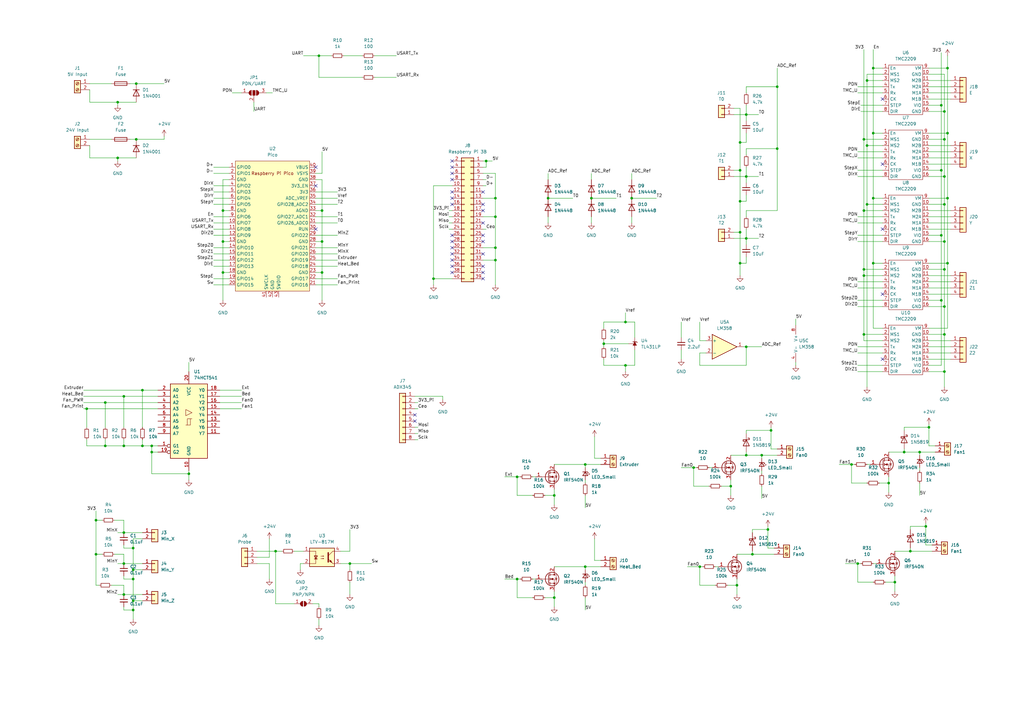
<source format=kicad_sch>
(kicad_sch (version 20211123) (generator eeschema)
  (paper "A3")
  (lib_symbols
    (symbol "74xx:74HCT541" (pin_names (offset 1.016))
      (property "Reference" "U" (at -7.62 16.51 0))
      (property "Value" "74HCT541" (at -7.62 -16.51 0))
      (symbol "74HCT541_1_0"
        (pin input inverted (at -12.7 -10.16 0) (length 5.08) (name "G1") (number "1"))
        (pin power_in line (at 0 -20.32 90) (length 5.08) (name "GND") (number "10"))
        (pin tri_state line (at 12.7 -5.08 180) (length 5.08) (name "Y7") (number "11"))
        (pin tri_state line (at 12.7 -2.54 180) (length 5.08) (name "Y6") (number "12"))
        (pin tri_state line (at 12.7 0 180) (length 5.08) (name "Y5") (number "13"))
        (pin tri_state line (at 12.7 2.54 180) (length 5.08) (name "Y4") (number "14"))
        (pin tri_state line (at 12.7 5.08 180) (length 5.08) (name "Y3") (number "15"))
        (pin tri_state line (at 12.7 7.62 180) (length 5.08) (name "Y2") (number "16"))
        (pin tri_state line (at 12.7 10.16 180) (length 5.08) (name "Y1") (number "17"))
        (pin tri_state line (at 12.7 12.7 180) (length 5.08) (name "Y0") (number "18"))
        (pin input inverted (at -12.7 -12.7 0) (length 5.08) (name "G2") (number "19"))
        (pin input line (at -12.7 12.7 0) (length 5.08) (name "A0") (number "2"))
        (pin power_in line (at 0 20.32 270) (length 5.08) (name "VCC") (number "20"))
        (pin input line (at -12.7 10.16 0) (length 5.08) (name "A1") (number "3"))
        (pin input line (at -12.7 7.62 0) (length 5.08) (name "A2") (number "4"))
        (pin input line (at -12.7 5.08 0) (length 5.08) (name "A3") (number "5"))
        (pin input line (at -12.7 2.54 0) (length 5.08) (name "A4") (number "6"))
        (pin input line (at -12.7 0 0) (length 5.08) (name "A5") (number "7"))
        (pin input line (at -12.7 -2.54 0) (length 5.08) (name "A6") (number "8"))
        (pin input line (at -12.7 -5.08 0) (length 5.08) (name "A7") (number "9"))
      )
    )
    (symbol "Amplifier_Operational:LM358" (pin_names (offset 0.127))
      (property "Reference" "U" (at 0 5.08 0))
      (property "Value" "LM358" (at 0 -5.08 0))
      (symbol "LM358_1_1"
        (pin output line (at 7.62 0 180) (length 2.54) (name "~") (number "1"))
        (pin input line (at -7.62 -2.54 0) (length 2.54) (name "-") (number "2"))
        (pin input line (at -7.62 2.54 0) (length 2.54) (name "+") (number "3"))
      )
      (symbol "LM358_2_1"
        (pin input line (at -7.62 2.54 0) (length 2.54) (name "+") (number "5"))
        (pin input line (at -7.62 -2.54 0) (length 2.54) (name "-") (number "6"))
        (pin output line (at 7.62 0 180) (length 2.54) (name "~") (number "7"))
      )
      (symbol "LM358_3_1"
        (pin power_in line (at -2.54 -7.62 90) (length 3.81) (name "V-") (number "4"))
        (pin power_in line (at -2.54 7.62 270) (length 3.81) (name "V+") (number "8"))
      )
    )
    (symbol "Connector:Screw_Terminal_01x02" (pin_names (offset 1.016) hide)
      (property "Reference" "J" (at 0 2.54 0))
      (property "Value" "Screw_Terminal_01x02" (at 0 -5.08 0))
      (symbol "Screw_Terminal_01x02_1_1"
        (pin passive line (at -5.08 0 0) (length 3.81) (name "Pin_1") (number "1"))
        (pin passive line (at -5.08 -2.54 0) (length 3.81) (name "Pin_2") (number "2"))
      )
    )
    (symbol "Connector_Generic:Conn_01x02" (pin_names (offset 1.016) hide)
      (property "Reference" "J" (at 0 2.54 0))
      (property "Value" "Conn_01x02" (at 0 -5.08 0))
      (symbol "Conn_01x02_1_1"
        (pin passive line (at -5.08 0 0) (length 3.81) (name "Pin_1") (number "1"))
        (pin passive line (at -5.08 -2.54 0) (length 3.81) (name "Pin_2") (number "2"))
      )
    )
    (symbol "Connector_Generic:Conn_01x03" (pin_names (offset 1.016) hide)
      (property "Reference" "J" (at 0 5.08 0))
      (property "Value" "Conn_01x03" (at 0 -5.08 0))
      (symbol "Conn_01x03_1_1"
        (pin passive line (at -5.08 2.54 0) (length 3.81) (name "Pin_1") (number "1"))
        (pin passive line (at -5.08 0 0) (length 3.81) (name "Pin_2") (number "2"))
        (pin passive line (at -5.08 -2.54 0) (length 3.81) (name "Pin_3") (number "3"))
      )
    )
    (symbol "Connector_Generic:Conn_01x04" (pin_names (offset 1.016) hide)
      (property "Reference" "J" (at 0 5.08 0))
      (property "Value" "Conn_01x04" (at 0 -7.62 0))
      (symbol "Conn_01x04_1_1"
        (pin passive line (at -5.08 2.54 0) (length 3.81) (name "Pin_1") (number "1"))
        (pin passive line (at -5.08 0 0) (length 3.81) (name "Pin_2") (number "2"))
        (pin passive line (at -5.08 -2.54 0) (length 3.81) (name "Pin_3") (number "3"))
        (pin passive line (at -5.08 -5.08 0) (length 3.81) (name "Pin_4") (number "4"))
      )
    )
    (symbol "Connector_Generic:Conn_01x08" (pin_names (offset 1.016) hide)
      (property "Reference" "J" (at 0 10.16 0))
      (property "Value" "Conn_01x08" (at 0 -12.7 0))
      (symbol "Conn_01x08_1_1"
        (pin passive line (at -5.08 7.62 0) (length 3.81) (name "Pin_1") (number "1"))
        (pin passive line (at -5.08 5.08 0) (length 3.81) (name "Pin_2") (number "2"))
        (pin passive line (at -5.08 2.54 0) (length 3.81) (name "Pin_3") (number "3"))
        (pin passive line (at -5.08 0 0) (length 3.81) (name "Pin_4") (number "4"))
        (pin passive line (at -5.08 -2.54 0) (length 3.81) (name "Pin_5") (number "5"))
        (pin passive line (at -5.08 -5.08 0) (length 3.81) (name "Pin_6") (number "6"))
        (pin passive line (at -5.08 -7.62 0) (length 3.81) (name "Pin_7") (number "7"))
        (pin passive line (at -5.08 -10.16 0) (length 3.81) (name "Pin_8") (number "8"))
      )
    )
    (symbol "Connector_Generic:Conn_02x20_Odd_Even" (pin_names (offset 1.016) hide)
      (property "Reference" "J" (at 1.27 25.4 0))
      (property "Value" "Conn_02x20_Odd_Even" (at 1.27 -27.94 0))
      (symbol "Conn_02x20_Odd_Even_1_1"
        (pin passive line (at -5.08 22.86 0) (length 3.81) (name "Pin_1") (number "1"))
        (pin passive line (at 7.62 12.7 180) (length 3.81) (name "Pin_10") (number "10"))
        (pin passive line (at -5.08 10.16 0) (length 3.81) (name "Pin_11") (number "11"))
        (pin passive line (at 7.62 10.16 180) (length 3.81) (name "Pin_12") (number "12"))
        (pin passive line (at -5.08 7.62 0) (length 3.81) (name "Pin_13") (number "13"))
        (pin passive line (at 7.62 7.62 180) (length 3.81) (name "Pin_14") (number "14"))
        (pin passive line (at -5.08 5.08 0) (length 3.81) (name "Pin_15") (number "15"))
        (pin passive line (at 7.62 5.08 180) (length 3.81) (name "Pin_16") (number "16"))
        (pin passive line (at -5.08 2.54 0) (length 3.81) (name "Pin_17") (number "17"))
        (pin passive line (at 7.62 2.54 180) (length 3.81) (name "Pin_18") (number "18"))
        (pin passive line (at -5.08 0 0) (length 3.81) (name "Pin_19") (number "19"))
        (pin passive line (at 7.62 22.86 180) (length 3.81) (name "Pin_2") (number "2"))
        (pin passive line (at 7.62 0 180) (length 3.81) (name "Pin_20") (number "20"))
        (pin passive line (at -5.08 -2.54 0) (length 3.81) (name "Pin_21") (number "21"))
        (pin passive line (at 7.62 -2.54 180) (length 3.81) (name "Pin_22") (number "22"))
        (pin passive line (at -5.08 -5.08 0) (length 3.81) (name "Pin_23") (number "23"))
        (pin passive line (at 7.62 -5.08 180) (length 3.81) (name "Pin_24") (number "24"))
        (pin passive line (at -5.08 -7.62 0) (length 3.81) (name "Pin_25") (number "25"))
        (pin passive line (at 7.62 -7.62 180) (length 3.81) (name "Pin_26") (number "26"))
        (pin passive line (at -5.08 -10.16 0) (length 3.81) (name "Pin_27") (number "27"))
        (pin passive line (at 7.62 -10.16 180) (length 3.81) (name "Pin_28") (number "28"))
        (pin passive line (at -5.08 -12.7 0) (length 3.81) (name "Pin_29") (number "29"))
        (pin passive line (at -5.08 20.32 0) (length 3.81) (name "Pin_3") (number "3"))
        (pin passive line (at 7.62 -12.7 180) (length 3.81) (name "Pin_30") (number "30"))
        (pin passive line (at -5.08 -15.24 0) (length 3.81) (name "Pin_31") (number "31"))
        (pin passive line (at 7.62 -15.24 180) (length 3.81) (name "Pin_32") (number "32"))
        (pin passive line (at -5.08 -17.78 0) (length 3.81) (name "Pin_33") (number "33"))
        (pin passive line (at 7.62 -17.78 180) (length 3.81) (name "Pin_34") (number "34"))
        (pin passive line (at -5.08 -20.32 0) (length 3.81) (name "Pin_35") (number "35"))
        (pin passive line (at 7.62 -20.32 180) (length 3.81) (name "Pin_36") (number "36"))
        (pin passive line (at -5.08 -22.86 0) (length 3.81) (name "Pin_37") (number "37"))
        (pin passive line (at 7.62 -22.86 180) (length 3.81) (name "Pin_38") (number "38"))
        (pin passive line (at -5.08 -25.4 0) (length 3.81) (name "Pin_39") (number "39"))
        (pin passive line (at 7.62 20.32 180) (length 3.81) (name "Pin_4") (number "4"))
        (pin passive line (at 7.62 -25.4 180) (length 3.81) (name "Pin_40") (number "40"))
        (pin passive line (at -5.08 17.78 0) (length 3.81) (name "Pin_5") (number "5"))
        (pin passive line (at 7.62 17.78 180) (length 3.81) (name "Pin_6") (number "6"))
        (pin passive line (at -5.08 15.24 0) (length 3.81) (name "Pin_7") (number "7"))
        (pin passive line (at 7.62 15.24 180) (length 3.81) (name "Pin_8") (number "8"))
        (pin passive line (at -5.08 12.7 0) (length 3.81) (name "Pin_9") (number "9"))
      )
    )
    (symbol "Device:C_Small" (pin_numbers hide) (pin_names (offset 0.254) hide)
      (property "Reference" "C" (at 0.254 1.778 0))
      (property "Value" "C_Small" (at 0.254 -2.032 0))
      (symbol "C_Small_1_1"
        (pin passive line (at 0 2.54 270) (length 2.032) (name "~") (number "1"))
        (pin passive line (at 0 -2.54 90) (length 2.032) (name "~") (number "2"))
      )
    )
    (symbol "Device:Fuse" (pin_numbers hide) (pin_names (offset 0))
      (property "Reference" "F" (at 2.032 0 90))
      (property "Value" "Fuse" (at -1.905 0 90))
      (symbol "Fuse_1_1"
        (pin passive line (at 0 3.81 270) (length 1.27) (name "~") (number "1"))
        (pin passive line (at 0 -3.81 90) (length 1.27) (name "~") (number "2"))
      )
    )
    (symbol "Device:LED_Small" (pin_numbers hide) (pin_names (offset 0.254) hide)
      (property "Reference" "D" (at -1.27 3.175 0))
      (property "Value" "LED_Small" (at -4.445 -2.54 0))
      (symbol "LED_Small_1_1"
        (pin passive line (at -2.54 0 0) (length 1.778) (name "K") (number "1"))
        (pin passive line (at 2.54 0 180) (length 1.778) (name "A") (number "2"))
      )
    )
    (symbol "Device:R_Small" (pin_numbers hide) (pin_names (offset 0.254) hide)
      (property "Reference" "R" (at 0.762 0.508 0))
      (property "Value" "R_Small" (at 0.762 -1.016 0))
      (symbol "R_Small_1_1"
        (pin passive line (at 0 2.54 270) (length 0.762) (name "~") (number "1"))
        (pin passive line (at 0 -2.54 90) (length 0.762) (name "~") (number "2"))
      )
    )
    (symbol "Diode:1N4001" (pin_numbers hide) (pin_names (offset 1.016) hide)
      (property "Reference" "D" (at 0 2.54 0))
      (property "Value" "1N4001" (at 0 -2.54 0))
      (symbol "1N4001_1_1"
        (pin passive line (at -3.81 0 0) (length 2.54) (name "K") (number "1"))
        (pin passive line (at 3.81 0 180) (length 2.54) (name "A") (number "2"))
      )
    )
    (symbol "Diode:1N4448" (pin_numbers hide) (pin_names (offset 1.016) hide)
      (property "Reference" "D" (at 0 2.54 0))
      (property "Value" "1N4448" (at 0 -2.54 0))
      (symbol "1N4448_1_1"
        (pin passive line (at -3.81 0 0) (length 2.54) (name "K") (number "1"))
        (pin passive line (at 3.81 0 180) (length 2.54) (name "A") (number "2"))
      )
    )
    (symbol "Diode:1N5819" (pin_numbers hide) (pin_names (offset 1.016) hide)
      (property "Reference" "D" (at 0 2.54 0))
      (property "Value" "1N5819" (at 0 -2.54 0))
      (symbol "1N5819_1_1"
        (pin passive line (at -3.81 0 0) (length 2.54) (name "K") (number "1"))
        (pin passive line (at 3.81 0 180) (length 2.54) (name "A") (number "2"))
      )
    )
    (symbol "Isolator:LTV-817M" (pin_names (offset 1.016))
      (property "Reference" "U" (at -3.81 5.08 0))
      (property "Value" "LTV-817M" (at 0 -5.08 0))
      (symbol "LTV-817M_1_1"
        (pin passive line (at -7.62 2.54 0) (length 2.54) (name "~") (number "1"))
        (pin passive line (at -7.62 -2.54 0) (length 2.54) (name "~") (number "2"))
        (pin passive line (at 7.62 -2.54 180) (length 2.54) (name "~") (number "3"))
        (pin passive line (at 7.62 2.54 180) (length 2.54) (name "~") (number "4"))
      )
    )
    (symbol "Jumper:SolderJumper_2_Open" (pin_names (offset 0) hide)
      (property "Reference" "JP" (at 0 2.032 0))
      (property "Value" "SolderJumper_2_Open" (at 0 -2.54 0))
      (symbol "SolderJumper_2_Open_1_1"
        (pin passive line (at -3.81 0 0) (length 2.54) (name "A") (number "1"))
        (pin passive line (at 3.81 0 180) (length 2.54) (name "B") (number "2"))
      )
    )
    (symbol "Jumper:SolderJumper_3_Open" (pin_names (offset 0) hide)
      (property "Reference" "JP" (at -2.54 -2.54 0))
      (property "Value" "SolderJumper_3_Open" (at 0 2.794 0))
      (symbol "SolderJumper_3_Open_1_1"
        (pin passive line (at -5.08 0 0) (length 2.54) (name "A") (number "1"))
        (pin input line (at 0 -3.81 90) (length 2.54) (name "C") (number "2"))
        (pin passive line (at 5.08 0 180) (length 2.54) (name "B") (number "3"))
      )
    )
    (symbol "MCU_RaspberryPi_and_Boards:Pico"
      (property "Reference" "U" (at -13.97 27.94 0))
      (property "Value" "Pico" (at 0 19.05 0))
      (symbol "Pico_0_0"
        (text "Raspberry Pi Pico" (at 0 21.59 0) (effects (font (size 1.27 1.27))))
      )
      (symbol "Pico_1_1"
        (pin bidirectional line (at -17.78 24.13 0) (length 2.54) (name "GPIO0") (number "1"))
        (pin bidirectional line (at -17.78 1.27 0) (length 2.54) (name "GPIO7") (number "10"))
        (pin bidirectional line (at -17.78 -1.27 0) (length 2.54) (name "GPIO8") (number "11"))
        (pin bidirectional line (at -17.78 -3.81 0) (length 2.54) (name "GPIO9") (number "12"))
        (pin power_in line (at -17.78 -6.35 0) (length 2.54) (name "GND") (number "13"))
        (pin bidirectional line (at -17.78 -8.89 0) (length 2.54) (name "GPIO10") (number "14"))
        (pin bidirectional line (at -17.78 -11.43 0) (length 2.54) (name "GPIO11") (number "15"))
        (pin bidirectional line (at -17.78 -13.97 0) (length 2.54) (name "GPIO12") (number "16"))
        (pin bidirectional line (at -17.78 -16.51 0) (length 2.54) (name "GPIO13") (number "17"))
        (pin power_in line (at -17.78 -19.05 0) (length 2.54) (name "GND") (number "18"))
        (pin bidirectional line (at -17.78 -21.59 0) (length 2.54) (name "GPIO14") (number "19"))
        (pin bidirectional line (at -17.78 21.59 0) (length 2.54) (name "GPIO1") (number "2"))
        (pin bidirectional line (at -17.78 -24.13 0) (length 2.54) (name "GPIO15") (number "20"))
        (pin bidirectional line (at 17.78 -24.13 180) (length 2.54) (name "GPIO16") (number "21"))
        (pin bidirectional line (at 17.78 -21.59 180) (length 2.54) (name "GPIO17") (number "22"))
        (pin power_in line (at 17.78 -19.05 180) (length 2.54) (name "GND") (number "23"))
        (pin bidirectional line (at 17.78 -16.51 180) (length 2.54) (name "GPIO18") (number "24"))
        (pin bidirectional line (at 17.78 -13.97 180) (length 2.54) (name "GPIO19") (number "25"))
        (pin bidirectional line (at 17.78 -11.43 180) (length 2.54) (name "GPIO20") (number "26"))
        (pin bidirectional line (at 17.78 -8.89 180) (length 2.54) (name "GPIO21") (number "27"))
        (pin power_in line (at 17.78 -6.35 180) (length 2.54) (name "GND") (number "28"))
        (pin bidirectional line (at 17.78 -3.81 180) (length 2.54) (name "GPIO22") (number "29"))
        (pin power_in line (at -17.78 19.05 0) (length 2.54) (name "GND") (number "3"))
        (pin input line (at 17.78 -1.27 180) (length 2.54) (name "RUN") (number "30"))
        (pin bidirectional line (at 17.78 1.27 180) (length 2.54) (name "GPIO26_ADC0") (number "31"))
        (pin bidirectional line (at 17.78 3.81 180) (length 2.54) (name "GPIO27_ADC1") (number "32"))
        (pin power_in line (at 17.78 6.35 180) (length 2.54) (name "AGND") (number "33"))
        (pin bidirectional line (at 17.78 8.89 180) (length 2.54) (name "GPIO28_ADC2") (number "34"))
        (pin power_in line (at 17.78 11.43 180) (length 2.54) (name "ADC_VREF") (number "35"))
        (pin power_in line (at 17.78 13.97 180) (length 2.54) (name "3V3") (number "36"))
        (pin input line (at 17.78 16.51 180) (length 2.54) (name "3V3_EN") (number "37"))
        (pin bidirectional line (at 17.78 19.05 180) (length 2.54) (name "GND") (number "38"))
        (pin power_in line (at 17.78 21.59 180) (length 2.54) (name "VSYS") (number "39"))
        (pin bidirectional line (at -17.78 16.51 0) (length 2.54) (name "GPIO2") (number "4"))
        (pin power_in line (at 17.78 24.13 180) (length 2.54) (name "VBUS") (number "40"))
        (pin input line (at -2.54 -29.21 90) (length 2.54) (name "SWCLK") (number "41"))
        (pin power_in line (at 0 -29.21 90) (length 2.54) (name "GND") (number "42"))
        (pin bidirectional line (at 2.54 -29.21 90) (length 2.54) (name "SWDIO") (number "43"))
        (pin bidirectional line (at -17.78 13.97 0) (length 2.54) (name "GPIO3") (number "5"))
        (pin bidirectional line (at -17.78 11.43 0) (length 2.54) (name "GPIO4") (number "6"))
        (pin bidirectional line (at -17.78 8.89 0) (length 2.54) (name "GPIO5") (number "7"))
        (pin power_in line (at -17.78 6.35 0) (length 2.54) (name "GND") (number "8"))
        (pin bidirectional line (at -17.78 3.81 0) (length 2.54) (name "GPIO6") (number "9"))
      )
    )
    (symbol "Reference_Voltage:TL431LP" (pin_numbers hide) (pin_names hide)
      (property "Reference" "U" (at -2.54 2.54 0))
      (property "Value" "TL431LP" (at 0 -2.54 0))
      (symbol "TL431LP_1_1"
        (pin passive line (at 0 2.54 270) (length 2.54) (name "REF") (number "1"))
        (pin passive line (at -2.54 0 0) (length 2.54) (name "A") (number "2"))
        (pin passive line (at 2.54 0 180) (length 2.54) (name "K") (number "3"))
      )
    )
    (symbol "TMC2209_1"
      (property "Reference" "U" (at -2.54 -1.27 0))
      (property "Value" "TMC2209_1" (at -6.35 1.27 0))
      (symbol "TMC2209_1_1_1"
        (pin input line (at -2.54 -3.81 0) (length 2.54) (name "En") (number "1"))
        (pin power_in line (at 16.51 -6.35 180) (length 2.54) (name "GND") (number "10"))
        (pin output line (at 16.51 -8.89 180) (length 2.54) (name "M2B") (number "11"))
        (pin output line (at 16.51 -11.43 180) (length 2.54) (name "M2A") (number "12"))
        (pin output line (at 16.51 -13.97 180) (length 2.54) (name "M1A") (number "13"))
        (pin output line (at 16.51 -16.51 180) (length 2.54) (name "M1B") (number "14"))
        (pin power_in line (at 16.51 -19.05 180) (length 2.54) (name "VIO") (number "15"))
        (pin power_in line (at 16.51 -21.59 180) (length 2.54) (name "GND") (number "16"))
        (pin input line (at -2.54 -6.35 0) (length 2.54) (name "MS1") (number "2"))
        (pin input line (at -2.54 -8.89 0) (length 2.54) (name "MS2") (number "3"))
        (pin input line (at -2.54 -11.43 0) (length 2.54) (name "Tx") (number "4"))
        (pin input line (at -2.54 -13.97 0) (length 2.54) (name "Rx") (number "5"))
        (pin input line (at -2.54 -16.51 0) (length 2.54) (name "CK") (number "6"))
        (pin input line (at -2.54 -19.05 0) (length 2.54) (name "STEP") (number "7"))
        (pin input line (at -2.54 -21.59 0) (length 2.54) (name "DIR") (number "8"))
        (pin output line (at 16.51 -3.81 180) (length 2.54) (name "VM") (number "9"))
      )
    )
    (symbol "TMC2209_2"
      (property "Reference" "U" (at -2.54 -1.27 0))
      (property "Value" "TMC2209_2" (at -6.35 1.27 0))
      (symbol "TMC2209_2_1_1"
        (pin input line (at -2.54 -3.81 0) (length 2.54) (name "En") (number "1"))
        (pin power_in line (at 16.51 -6.35 180) (length 2.54) (name "GND") (number "10"))
        (pin output line (at 16.51 -8.89 180) (length 2.54) (name "M2B") (number "11"))
        (pin output line (at 16.51 -11.43 180) (length 2.54) (name "M2A") (number "12"))
        (pin output line (at 16.51 -13.97 180) (length 2.54) (name "M1A") (number "13"))
        (pin output line (at 16.51 -16.51 180) (length 2.54) (name "M1B") (number "14"))
        (pin power_in line (at 16.51 -19.05 180) (length 2.54) (name "VIO") (number "15"))
        (pin power_in line (at 16.51 -21.59 180) (length 2.54) (name "GND") (number "16"))
        (pin input line (at -2.54 -6.35 0) (length 2.54) (name "MS1") (number "2"))
        (pin input line (at -2.54 -8.89 0) (length 2.54) (name "MS2") (number "3"))
        (pin input line (at -2.54 -11.43 0) (length 2.54) (name "Tx") (number "4"))
        (pin input line (at -2.54 -13.97 0) (length 2.54) (name "Rx") (number "5"))
        (pin input line (at -2.54 -16.51 0) (length 2.54) (name "CK") (number "6"))
        (pin input line (at -2.54 -19.05 0) (length 2.54) (name "STEP") (number "7"))
        (pin input line (at -2.54 -21.59 0) (length 2.54) (name "DIR") (number "8"))
        (pin output line (at 16.51 -3.81 180) (length 2.54) (name "VM") (number "9"))
      )
    )
    (symbol "TMC2209_3"
      (property "Reference" "U" (at -2.54 -1.27 0))
      (property "Value" "TMC2209_3" (at -6.35 1.27 0))
      (symbol "TMC2209_3_1_1"
        (pin input line (at -2.54 -3.81 0) (length 2.54) (name "En") (number "1"))
        (pin power_in line (at 16.51 -6.35 180) (length 2.54) (name "GND") (number "10"))
        (pin output line (at 16.51 -8.89 180) (length 2.54) (name "M2B") (number "11"))
        (pin output line (at 16.51 -11.43 180) (length 2.54) (name "M2A") (number "12"))
        (pin output line (at 16.51 -13.97 180) (length 2.54) (name "M1A") (number "13"))
        (pin output line (at 16.51 -16.51 180) (length 2.54) (name "M1B") (number "14"))
        (pin power_in line (at 16.51 -19.05 180) (length 2.54) (name "VIO") (number "15"))
        (pin power_in line (at 16.51 -21.59 180) (length 2.54) (name "GND") (number "16"))
        (pin input line (at -2.54 -6.35 0) (length 2.54) (name "MS1") (number "2"))
        (pin input line (at -2.54 -8.89 0) (length 2.54) (name "MS2") (number "3"))
        (pin input line (at -2.54 -11.43 0) (length 2.54) (name "Tx") (number "4"))
        (pin input line (at -2.54 -13.97 0) (length 2.54) (name "Rx") (number "5"))
        (pin input line (at -2.54 -16.51 0) (length 2.54) (name "CK") (number "6"))
        (pin input line (at -2.54 -19.05 0) (length 2.54) (name "STEP") (number "7"))
        (pin input line (at -2.54 -21.59 0) (length 2.54) (name "DIR") (number "8"))
        (pin output line (at 16.51 -3.81 180) (length 2.54) (name "VM") (number "9"))
      )
    )
    (symbol "TMC2209_4"
      (property "Reference" "U" (at -2.54 -1.27 0))
      (property "Value" "TMC2209_4" (at -6.35 1.27 0))
      (symbol "TMC2209_4_1_1"
        (pin input line (at -2.54 -3.81 0) (length 2.54) (name "En") (number "1"))
        (pin power_in line (at 16.51 -6.35 180) (length 2.54) (name "GND") (number "10"))
        (pin output line (at 16.51 -8.89 180) (length 2.54) (name "M2B") (number "11"))
        (pin output line (at 16.51 -11.43 180) (length 2.54) (name "M2A") (number "12"))
        (pin output line (at 16.51 -13.97 180) (length 2.54) (name "M1A") (number "13"))
        (pin output line (at 16.51 -16.51 180) (length 2.54) (name "M1B") (number "14"))
        (pin power_in line (at 16.51 -19.05 180) (length 2.54) (name "VIO") (number "15"))
        (pin power_in line (at 16.51 -21.59 180) (length 2.54) (name "GND") (number "16"))
        (pin input line (at -2.54 -6.35 0) (length 2.54) (name "MS1") (number "2"))
        (pin input line (at -2.54 -8.89 0) (length 2.54) (name "MS2") (number "3"))
        (pin input line (at -2.54 -11.43 0) (length 2.54) (name "Tx") (number "4"))
        (pin input line (at -2.54 -13.97 0) (length 2.54) (name "Rx") (number "5"))
        (pin input line (at -2.54 -16.51 0) (length 2.54) (name "CK") (number "6"))
        (pin input line (at -2.54 -19.05 0) (length 2.54) (name "STEP") (number "7"))
        (pin input line (at -2.54 -21.59 0) (length 2.54) (name "DIR") (number "8"))
        (pin output line (at 16.51 -3.81 180) (length 2.54) (name "VM") (number "9"))
      )
    )
    (symbol "Transistor_FET:IRF540N" (pin_names hide)
      (property "Reference" "Q" (at 6.35 1.905 0))
      (property "Value" "IRF540N" (at 6.35 0 0))
      (symbol "IRF540N_1_1"
        (pin input line (at -5.08 0 0) (length 2.54) (name "G") (number "1"))
        (pin passive line (at 2.54 5.08 270) (length 2.54) (name "D") (number "2"))
        (pin passive line (at 2.54 -5.08 90) (length 2.54) (name "S") (number "3"))
      )
    )
    (symbol "moje:TMC2209"
      (property "Reference" "U" (at -2.54 -1.27 0))
      (property "Value" "TMC2209" (at -6.35 1.27 0))
      (symbol "TMC2209_1_1"
        (pin input line (at -2.54 -3.81 0) (length 2.54) (name "En") (number "1"))
        (pin power_in line (at 16.51 -6.35 180) (length 2.54) (name "GND") (number "10"))
        (pin output line (at 16.51 -8.89 180) (length 2.54) (name "M2B") (number "11"))
        (pin output line (at 16.51 -11.43 180) (length 2.54) (name "M2A") (number "12"))
        (pin output line (at 16.51 -13.97 180) (length 2.54) (name "M1A") (number "13"))
        (pin output line (at 16.51 -16.51 180) (length 2.54) (name "M1B") (number "14"))
        (pin power_in line (at 16.51 -19.05 180) (length 2.54) (name "VIO") (number "15"))
        (pin power_in line (at 16.51 -21.59 180) (length 2.54) (name "GND") (number "16"))
        (pin input line (at -2.54 -6.35 0) (length 2.54) (name "MS1") (number "2"))
        (pin input line (at -2.54 -8.89 0) (length 2.54) (name "MS2") (number "3"))
        (pin input line (at -2.54 -11.43 0) (length 2.54) (name "Tx") (number "4"))
        (pin input line (at -2.54 -13.97 0) (length 2.54) (name "Rx") (number "5"))
        (pin input line (at -2.54 -16.51 0) (length 2.54) (name "CK") (number "6"))
        (pin input line (at -2.54 -19.05 0) (length 2.54) (name "STEP") (number "7"))
        (pin input line (at -2.54 -21.59 0) (length 2.54) (name "DIR") (number "8"))
        (pin output line (at 16.51 -3.81 180) (length 2.54) (name "VM") (number "9"))
      )
    )
    (symbol "power:+24V" (power) (pin_names (offset 0))
      (property "Value" "+24V" (at 0 3.556 0))
      (symbol "+24V_1_1"
        (pin power_in line (at 0 0 90) (length 0) hide (name "+24V") (number "1"))
      )
    )
    (symbol "power:GND" (power) (pin_names (offset 0))
      (property "Value" "GND" (at 0 -3.81 0))
      (symbol "GND_1_1"
        (pin power_in line (at 0 0 270) (length 0) hide (name "GND") (number "1"))
      )
    )
  )
  (junction (at 386.08 96.52))
  (junction (at 355.6 59.69))
  (junction (at 256.54 132.08))
  (junction (at 388.62 81.28))
  (junction (at 50.8 243.84))
  (junction (at 91.44 86.36))
  (junction (at 130.81 22.86))
  (junction (at 113.03 226.06))
  (junction (at 43.18 182.88))
  (junction (at 379.73 215.9))
  (junction (at 54.61 237.49))
  (junction (at 316.23 176.53))
  (junction (at 54.61 224.79))
  (junction (at 349.25 190.5))
  (junction (at 177.8 114.3))
  (junction (at 224.79 81.28))
  (junction (at 143.51 231.14))
  (junction (at 203.2 106.68))
  (junction (at 50.8 231.14))
  (junction (at 354.33 113.03))
  (junction (at 242.57 81.28))
  (junction (at 386.08 123.19))
  (junction (at 43.18 165.1))
  (junction (at 387.35 110.49))
  (junction (at 358.14 107.95))
  (junction (at 48.26 41.91))
  (junction (at 354.33 137.16))
  (junction (at 54.61 233.68))
  (junction (at 302.26 240.03))
  (junction (at 303.53 95.25))
  (junction (at 381 175.26))
  (junction (at 355.6 83.82))
  (junction (at 387.35 83.82))
  (junction (at 199.39 66.04))
  (junction (at 247.65 140.97))
  (junction (at 318.77 35.56))
  (junction (at 388.62 54.61))
  (junction (at 58.42 182.88))
  (junction (at 35.56 167.64))
  (junction (at 358.14 81.28))
  (junction (at 203.2 101.6))
  (junction (at 132.08 99.06))
  (junction (at 132.08 111.76))
  (junction (at 62.23 185.42))
  (junction (at 364.49 198.12))
  (junction (at 377.19 185.42))
  (junction (at 314.96 217.17))
  (junction (at 387.35 99.06))
  (junction (at 58.42 160.02))
  (junction (at 299.72 199.39))
  (junction (at 358.14 27.94))
  (junction (at 387.35 152.4))
  (junction (at 91.44 111.76))
  (junction (at 303.53 82.55))
  (junction (at 91.44 99.06))
  (junction (at 55.88 57.15))
  (junction (at 306.07 72.39))
  (junction (at 227.33 245.11))
  (junction (at 203.2 88.9))
  (junction (at 370.84 185.42))
  (junction (at 212.09 237.49))
  (junction (at 387.35 72.39))
  (junction (at 308.61 227.33))
  (junction (at 303.53 58.42))
  (junction (at 387.35 57.15))
  (junction (at 50.8 218.44))
  (junction (at 387.35 125.73))
  (junction (at 373.38 226.06))
  (junction (at 203.2 81.28))
  (junction (at 354.33 86.36))
  (junction (at 50.8 162.56))
  (junction (at 354.33 110.49))
  (junction (at 351.79 231.14))
  (junction (at 55.88 34.29))
  (junction (at 358.14 54.61))
  (junction (at 306.07 142.24))
  (junction (at 259.08 81.28))
  (junction (at 318.77 60.96))
  (junction (at 256.54 149.86))
  (junction (at 284.48 191.77))
  (junction (at 212.09 195.58))
  (junction (at 39.37 227.33))
  (junction (at 386.08 69.85))
  (junction (at 388.62 107.95))
  (junction (at 303.53 69.85))
  (junction (at 354.33 57.15))
  (junction (at 367.03 238.76))
  (junction (at 388.62 27.94))
  (junction (at 387.35 137.16))
  (junction (at 54.61 250.19))
  (junction (at 62.23 182.88))
  (junction (at 132.08 86.36))
  (junction (at 306.07 46.99))
  (junction (at 386.08 43.18))
  (junction (at 50.8 182.88))
  (junction (at 48.26 64.77))
  (junction (at 312.42 186.69))
  (junction (at 77.47 194.31))
  (junction (at 240.03 190.5))
  (junction (at 303.53 107.95))
  (junction (at 306.07 186.69))
  (junction (at 306.07 97.79))
  (junction (at 355.6 33.02))
  (junction (at 387.35 45.72))
  (junction (at 54.61 246.38))
  (junction (at 39.37 213.36))
  (junction (at 227.33 203.2))
  (junction (at 240.03 232.41))
  (junction (at 287.02 232.41))
  (no_connect (at 129.54 93.98))
  (no_connect (at 185.42 101.6))
  (no_connect (at 361.95 40.64))
  (no_connect (at 198.12 83.82))
  (no_connect (at 185.42 81.28))
  (no_connect (at 198.12 78.74))
  (no_connect (at 198.12 96.52))
  (no_connect (at 185.42 109.22))
  (no_connect (at 185.42 104.14))
  (no_connect (at 170.18 170.18))
  (no_connect (at 185.42 99.06))
  (no_connect (at 361.95 147.32))
  (no_connect (at 198.12 104.14))
  (no_connect (at 185.42 68.58))
  (no_connect (at 185.42 83.82))
  (no_connect (at 185.42 71.12))
  (no_connect (at 185.42 78.74))
  (no_connect (at 185.42 96.52))
  (no_connect (at 198.12 114.3))
  (no_connect (at 129.54 68.58))
  (no_connect (at 185.42 66.04))
  (no_connect (at 170.18 172.72))
  (no_connect (at 361.95 67.31))
  (no_connect (at 198.12 91.44))
  (no_connect (at 198.12 86.36))
  (no_connect (at 361.95 93.98))
  (no_connect (at 185.42 111.76))
  (no_connect (at 185.42 73.66))
  (no_connect (at 198.12 99.06))
  (no_connect (at 129.54 76.2))
  (no_connect (at 361.95 120.65))
  (no_connect (at 198.12 111.76))
  (no_connect (at 185.42 106.68))
  (no_connect (at 198.12 109.22))
  (wire (pts (xy 48.26 64.77) (xy 55.88 64.77)))
  (wire (pts (xy 361.95 57.15) (xy 354.33 57.15)))
  (wire (pts (xy 355.6 83.82) (xy 355.6 158.75)))
  (wire (pts (xy 381 86.36) (xy 389.89 86.36)))
  (wire (pts (xy 50.8 182.88) (xy 58.42 182.88)))
  (wire (pts (xy 318.77 35.56) (xy 306.07 35.56)))
  (wire (pts (xy 308.61 226.06) (xy 308.61 227.33)))
  (wire (pts (xy 36.83 64.77) (xy 48.26 64.77)))
  (wire (pts (xy 50.8 248.92) (xy 50.8 250.19)))
  (wire (pts (xy 387.35 57.15) (xy 387.35 45.72)))
  (wire (pts (xy 148.59 31.75) (xy 130.81 31.75)))
  (wire (pts (xy 35.56 180.34) (xy 35.56 182.88)))
  (wire (pts (xy 306.07 107.95) (xy 303.53 107.95)))
  (wire (pts (xy 361.95 134.62) (xy 358.14 134.62)))
  (wire (pts (xy 388.62 27.94) (xy 388.62 54.61)))
  (wire (pts (xy 129.54 96.52) (xy 138.43 96.52)))
  (wire (pts (xy 67.31 55.88) (xy 67.31 57.15)))
  (wire (pts (xy 351.79 238.76) (xy 351.79 231.14)))
  (wire (pts (xy 55.88 57.15) (xy 67.31 57.15)))
  (wire (pts (xy 77.47 193.04) (xy 77.47 194.31)))
  (wire (pts (xy 302.26 240.03) (xy 302.26 243.84)))
  (wire (pts (xy 87.63 116.84) (xy 93.98 116.84)))
  (wire (pts (xy 54.61 220.98) (xy 54.61 224.79)))
  (wire (pts (xy 351.79 144.78) (xy 361.95 144.78)))
  (wire (pts (xy 110.49 231.14) (xy 105.41 231.14)))
  (wire (pts (xy 91.44 123.19) (xy 91.44 111.76)))
  (wire (pts (xy 58.42 218.44) (xy 50.8 218.44)))
  (wire (pts (xy 123.19 231.14) (xy 124.46 231.14)))
  (wire (pts (xy 381 35.56) (xy 389.89 35.56)))
  (wire (pts (xy 379.73 223.52) (xy 382.27 223.52)))
  (wire (pts (xy 256.54 149.86) (xy 260.35 149.86)))
  (wire (pts (xy 381 33.02) (xy 389.89 33.02)))
  (wire (pts (xy 351.79 72.39) (xy 361.95 72.39)))
  (wire (pts (xy 388.62 54.61) (xy 388.62 81.28)))
  (wire (pts (xy 259.08 71.12) (xy 259.08 73.66)))
  (wire (pts (xy 326.39 130.81) (xy 326.39 133.35)))
  (wire (pts (xy 351.79 91.44) (xy 361.95 91.44)))
  (wire (pts (xy 110.49 237.49) (xy 110.49 231.14)))
  (wire (pts (xy 300.99 97.79) (xy 306.07 97.79)))
  (wire (pts (xy 308.61 218.44) (xy 308.61 217.17)))
  (wire (pts (xy 39.37 209.55) (xy 39.37 213.36)))
  (wire (pts (xy 109.22 38.1) (xy 111.76 38.1)))
  (wire (pts (xy 50.8 213.36) (xy 50.8 218.44)))
  (wire (pts (xy 177.8 116.84) (xy 177.8 114.3)))
  (wire (pts (xy 381 142.24) (xy 389.89 142.24)))
  (wire (pts (xy 387.35 72.39) (xy 387.35 57.15)))
  (wire (pts (xy 143.51 231.14) (xy 152.4 231.14)))
  (wire (pts (xy 377.19 198.12) (xy 377.19 203.2)))
  (wire (pts (xy 381 30.48) (xy 387.35 30.48)))
  (wire (pts (xy 62.23 185.42) (xy 64.77 185.42)))
  (wire (pts (xy 247.65 139.7) (xy 247.65 140.97)))
  (wire (pts (xy 50.8 231.14) (xy 48.26 231.14)))
  (wire (pts (xy 344.17 190.5) (xy 349.25 190.5)))
  (wire (pts (xy 355.6 59.69) (xy 355.6 33.02)))
  (wire (pts (xy 87.63 96.52) (xy 93.98 96.52)))
  (wire (pts (xy 170.18 177.8) (xy 171.45 177.8)))
  (wire (pts (xy 387.35 152.4) (xy 387.35 158.75)))
  (wire (pts (xy 370.84 185.42) (xy 377.19 185.42)))
  (wire (pts (xy 316.23 184.15) (xy 318.77 184.15)))
  (wire (pts (xy 48.26 43.18) (xy 48.26 41.91)))
  (wire (pts (xy 381 175.26) (xy 381 182.88)))
  (wire (pts (xy 132.08 111.76) (xy 132.08 123.19)))
  (wire (pts (xy 62.23 194.31) (xy 77.47 194.31)))
  (wire (pts (xy 129.54 91.44) (xy 138.43 91.44)))
  (wire (pts (xy 304.8 142.24) (xy 306.07 142.24)))
  (wire (pts (xy 302.26 240.03) (xy 302.26 237.49)))
  (wire (pts (xy 306.07 68.58) (xy 306.07 72.39)))
  (wire (pts (xy 143.51 226.06) (xy 139.7 226.06)))
  (wire (pts (xy 381 107.95) (xy 388.62 107.95)))
  (wire (pts (xy 50.8 250.19) (xy 54.61 250.19)))
  (wire (pts (xy 351.79 149.86) (xy 361.95 149.86)))
  (wire (pts (xy 308.61 227.33) (xy 317.5 227.33)))
  (wire (pts (xy 62.23 185.42) (xy 62.23 194.31)))
  (wire (pts (xy 381 96.52) (xy 386.08 96.52)))
  (wire (pts (xy 199.39 66.04) (xy 201.93 66.04)))
  (wire (pts (xy 54.61 224.79) (xy 54.61 233.68)))
  (wire (pts (xy 381 182.88) (xy 383.54 182.88)))
  (wire (pts (xy 87.63 104.14) (xy 93.98 104.14)))
  (wire (pts (xy 50.8 243.84) (xy 48.26 243.84)))
  (wire (pts (xy 243.84 187.96) (xy 246.38 187.96)))
  (wire (pts (xy 43.18 180.34) (xy 43.18 182.88)))
  (wire (pts (xy 381 38.1) (xy 389.89 38.1)))
  (wire (pts (xy 120.65 226.06) (xy 124.46 226.06)))
  (wire (pts (xy 306.07 93.98) (xy 306.07 97.79)))
  (wire (pts (xy 386.08 21.59) (xy 386.08 43.18)))
  (wire (pts (xy 247.65 134.62) (xy 247.65 132.08)))
  (wire (pts (xy 358.14 134.62) (xy 358.14 107.95)))
  (wire (pts (xy 129.54 81.28) (xy 138.43 81.28)))
  (wire (pts (xy 54.61 233.68) (xy 58.42 233.68)))
  (wire (pts (xy 35.56 182.88) (xy 43.18 182.88)))
  (wire (pts (xy 218.44 203.2) (xy 212.09 203.2)))
  (wire (pts (xy 351.79 152.4) (xy 361.95 152.4)))
  (wire (pts (xy 90.17 160.02) (xy 99.06 160.02)))
  (wire (pts (xy 370.84 175.26) (xy 381 175.26)))
  (wire (pts (xy 53.34 57.15) (xy 55.88 57.15)))
  (wire (pts (xy 129.54 106.68) (xy 138.43 106.68)))
  (wire (pts (xy 306.07 142.24) (xy 306.07 149.86)))
  (wire (pts (xy 129.54 86.36) (xy 132.08 86.36)))
  (wire (pts (xy 181.61 163.83) (xy 181.61 162.56)))
  (wire (pts (xy 132.08 99.06) (xy 132.08 111.76)))
  (wire (pts (xy 177.8 114.3) (xy 185.42 114.3)))
  (wire (pts (xy 381 69.85) (xy 386.08 69.85)))
  (wire (pts (xy 91.44 99.06) (xy 91.44 111.76)))
  (wire (pts (xy 381 110.49) (xy 387.35 110.49)))
  (wire (pts (xy 198.12 88.9) (xy 203.2 88.9)))
  (wire (pts (xy 223.52 203.2) (xy 227.33 203.2)))
  (wire (pts (xy 367.03 238.76) (xy 367.03 242.57)))
  (wire (pts (xy 203.2 71.12) (xy 203.2 81.28)))
  (wire (pts (xy 287.02 132.08) (xy 287.02 139.7)))
  (wire (pts (xy 227.33 203.2) (xy 227.33 200.66)))
  (wire (pts (xy 170.18 175.26) (xy 171.45 175.26)))
  (wire (pts (xy 198.12 66.04) (xy 199.39 66.04)))
  (wire (pts (xy 361.95 81.28) (xy 358.14 81.28)))
  (wire (pts (xy 386.08 149.86) (xy 386.08 123.19)))
  (wire (pts (xy 34.29 167.64) (xy 35.56 167.64)))
  (wire (pts (xy 247.65 140.97) (xy 247.65 142.24)))
  (wire (pts (xy 370.84 184.15) (xy 370.84 185.42)))
  (wire (pts (xy 364.49 198.12) (xy 364.49 201.93)))
  (wire (pts (xy 43.18 182.88) (xy 50.8 182.88)))
  (wire (pts (xy 87.63 78.74) (xy 93.98 78.74)))
  (wire (pts (xy 379.73 214.63) (xy 379.73 215.9)))
  (wire (pts (xy 227.33 245.11) (xy 227.33 248.92)))
  (wire (pts (xy 381 125.73) (xy 387.35 125.73)))
  (wire (pts (xy 223.52 245.11) (xy 227.33 245.11)))
  (wire (pts (xy 203.2 101.6) (xy 203.2 106.68)))
  (wire (pts (xy 212.09 237.49) (xy 213.36 237.49)))
  (wire (pts (xy 388.62 22.86) (xy 388.62 27.94)))
  (wire (pts (xy 184.15 93.98) (xy 185.42 93.98)))
  (wire (pts (xy 87.63 88.9) (xy 93.98 88.9)))
  (wire (pts (xy 34.29 160.02) (xy 58.42 160.02)))
  (wire (pts (xy 355.6 198.12) (xy 349.25 198.12)))
  (wire (pts (xy 381 144.78) (xy 389.89 144.78)))
  (wire (pts (xy 306.07 58.42) (xy 303.53 58.42)))
  (wire (pts (xy 306.07 72.39) (xy 306.07 74.93)))
  (wire (pts (xy 64.77 182.88) (xy 62.23 182.88)))
  (wire (pts (xy 306.07 97.79) (xy 311.15 97.79)))
  (wire (pts (xy 93.98 99.06) (xy 91.44 99.06)))
  (wire (pts (xy 302.26 227.33) (xy 308.61 227.33)))
  (wire (pts (xy 130.81 254) (xy 130.81 256.54)))
  (wire (pts (xy 318.77 27.94) (xy 318.77 35.56)))
  (wire (pts (xy 373.38 226.06) (xy 382.27 226.06)))
  (wire (pts (xy 364.49 198.12) (xy 364.49 195.58)))
  (wire (pts (xy 354.33 137.16) (xy 361.95 137.16)))
  (wire (pts (xy 53.34 34.29) (xy 55.88 34.29)))
  (wire (pts (xy 55.88 41.91) (xy 48.26 41.91)))
  (wire (pts (xy 293.37 240.03) (xy 287.02 240.03)))
  (wire (pts (xy 240.03 245.11) (xy 240.03 250.19)))
  (wire (pts (xy 387.35 99.06) (xy 387.35 83.82)))
  (wire (pts (xy 373.38 217.17) (xy 373.38 215.9)))
  (wire (pts (xy 373.38 215.9) (xy 379.73 215.9)))
  (wire (pts (xy 316.23 175.26) (xy 316.23 176.53)))
  (wire (pts (xy 110.49 228.6) (xy 105.41 228.6)))
  (wire (pts (xy 50.8 223.52) (xy 50.8 224.79)))
  (wire (pts (xy 303.53 95.25) (xy 300.99 95.25)))
  (wire (pts (xy 303.53 58.42) (xy 303.53 69.85)))
  (wire (pts (xy 184.15 91.44) (xy 185.42 91.44)))
  (wire (pts (xy 303.53 82.55) (xy 303.53 95.25)))
  (wire (pts (xy 35.56 167.64) (xy 64.77 167.64)))
  (wire (pts (xy 353.06 45.72) (xy 361.95 45.72)))
  (wire (pts (xy 247.65 149.86) (xy 256.54 149.86)))
  (wire (pts (xy 381 152.4) (xy 387.35 152.4)))
  (wire (pts (xy 58.42 220.98) (xy 54.61 220.98)))
  (wire (pts (xy 198.12 73.66) (xy 199.39 73.66)))
  (wire (pts (xy 58.42 160.02) (xy 58.42 175.26)))
  (wire (pts (xy 35.56 167.64) (xy 35.56 175.26)))
  (wire (pts (xy 355.6 190.5) (xy 356.87 190.5)))
  (wire (pts (xy 306.07 80.01) (xy 306.07 82.55)))
  (wire (pts (xy 308.61 217.17) (xy 314.96 217.17)))
  (wire (pts (xy 290.83 199.39) (xy 284.48 199.39)))
  (wire (pts (xy 363.22 238.76) (xy 367.03 238.76)))
  (wire (pts (xy 358.14 81.28) (xy 358.14 107.95)))
  (wire (pts (xy 279.4 143.51) (xy 279.4 147.32)))
  (wire (pts (xy 91.44 73.66) (xy 91.44 86.36)))
  (wire (pts (xy 358.14 27.94) (xy 358.14 54.61)))
  (wire (pts (xy 129.54 73.66) (xy 132.08 73.66)))
  (wire (pts (xy 361.95 59.69) (xy 355.6 59.69)))
  (wire (pts (xy 306.07 185.42) (xy 306.07 186.69)))
  (wire (pts (xy 227.33 232.41) (xy 240.03 232.41)))
  (wire (pts (xy 87.63 68.58) (xy 93.98 68.58)))
  (wire (pts (xy 242.57 88.9) (xy 242.57 91.44)))
  (wire (pts (xy 260.35 138.43) (xy 260.35 132.08)))
  (wire (pts (xy 279.4 191.77) (xy 284.48 191.77)))
  (wire (pts (xy 243.84 179.07) (xy 243.84 187.96)))
  (wire (pts (xy 381 57.15) (xy 387.35 57.15)))
  (wire (pts (xy 87.63 71.12) (xy 93.98 71.12)))
  (wire (pts (xy 129.54 109.22) (xy 138.43 109.22)))
  (wire (pts (xy 381 120.65) (xy 389.89 120.65)))
  (wire (pts (xy 388.62 107.95) (xy 388.62 134.62)))
  (wire (pts (xy 240.03 191.77) (xy 240.03 190.5)))
  (wire (pts (xy 218.44 195.58) (xy 219.71 195.58)))
  (wire (pts (xy 48.26 41.91) (xy 36.83 41.91)))
  (wire (pts (xy 284.48 199.39) (xy 284.48 191.77)))
  (wire (pts (xy 326.39 148.59) (xy 326.39 149.86)))
  (wire (pts (xy 381 54.61) (xy 388.62 54.61)))
  (wire (pts (xy 303.53 69.85) (xy 300.99 69.85)))
  (wire (pts (xy 128.27 247.65) (xy 130.81 247.65)))
  (wire (pts (xy 318.77 86.36) (xy 318.77 60.96)))
  (wire (pts (xy 93.98 86.36) (xy 91.44 86.36)))
  (wire (pts (xy 351.79 125.73) (xy 361.95 125.73)))
  (wire (pts (xy 143.51 233.68) (xy 143.51 231.14)))
  (wire (pts (xy 212.09 245.11) (xy 212.09 237.49)))
  (wire (pts (xy 243.84 220.98) (xy 243.84 229.87)))
  (wire (pts (xy 312.42 187.96) (xy 312.42 186.69)))
  (wire (pts (xy 381 118.11) (xy 389.89 118.11)))
  (wire (pts (xy 129.54 88.9) (xy 138.43 88.9)))
  (wire (pts (xy 143.51 217.17) (xy 143.51 226.06)))
  (wire (pts (xy 184.15 88.9) (xy 185.42 88.9)))
  (wire (pts (xy 58.42 160.02) (xy 64.77 160.02)))
  (wire (pts (xy 77.47 194.31) (xy 77.47 196.85)))
  (wire (pts (xy 36.83 34.29) (xy 45.72 34.29)))
  (wire (pts (xy 387.35 45.72) (xy 381 45.72)))
  (wire (pts (xy 361.95 107.95) (xy 358.14 107.95)))
  (wire (pts (xy 256.54 128.27) (xy 256.54 132.08)))
  (wire (pts (xy 240.03 190.5) (xy 246.38 190.5)))
  (wire (pts (xy 381 40.64) (xy 389.89 40.64)))
  (wire (pts (xy 381 137.16) (xy 387.35 137.16)))
  (wire (pts (xy 284.48 191.77) (xy 285.75 191.77)))
  (wire (pts (xy 87.63 76.2) (xy 93.98 76.2)))
  (wire (pts (xy 287.02 240.03) (xy 287.02 232.41)))
  (wire (pts (xy 290.83 191.77) (xy 292.1 191.77)))
  (wire (pts (xy 377.19 191.77) (xy 377.19 193.04)))
  (wire (pts (xy 34.29 162.56) (xy 50.8 162.56)))
  (wire (pts (xy 312.42 199.39) (xy 312.42 204.47)))
  (wire (pts (xy 306.07 46.99) (xy 311.15 46.99)))
  (wire (pts (xy 129.54 83.82) (xy 138.43 83.82)))
  (wire (pts (xy 104.14 41.91) (xy 104.14 45.72)))
  (wire (pts (xy 212.09 195.58) (xy 213.36 195.58)))
  (wire (pts (xy 153.67 31.75) (xy 162.56 31.75)))
  (wire (pts (xy 386.08 69.85) (xy 386.08 96.52)))
  (wire (pts (xy 43.18 165.1) (xy 43.18 175.26)))
  (wire (pts (xy 198.12 106.68) (xy 203.2 106.68)))
  (wire (pts (xy 48.26 66.04) (xy 48.26 64.77)))
  (wire (pts (xy 388.62 81.28) (xy 388.62 107.95)))
  (wire (pts (xy 354.33 110.49) (xy 354.33 86.36)))
  (wire (pts (xy 50.8 240.03) (xy 50.8 243.84)))
  (wire (pts (xy 130.81 22.86) (xy 135.89 22.86)))
  (wire (pts (xy 358.14 231.14) (xy 359.41 231.14)))
  (wire (pts (xy 130.81 248.92) (xy 130.81 247.65)))
  (wire (pts (xy 306.07 46.99) (xy 306.07 49.53)))
  (wire (pts (xy 240.03 233.68) (xy 240.03 232.41)))
  (wire (pts (xy 361.95 27.94) (xy 358.14 27.94)))
  (wire (pts (xy 50.8 224.79) (xy 54.61 224.79)))
  (wire (pts (xy 110.49 220.98) (xy 110.49 228.6)))
  (wire (pts (xy 381 123.19) (xy 386.08 123.19)))
  (wire (pts (xy 227.33 245.11) (xy 227.33 242.57)))
  (wire (pts (xy 381 67.31) (xy 389.89 67.31)))
  (wire (pts (xy 364.49 185.42) (xy 370.84 185.42)))
  (wire (pts (xy 303.53 69.85) (xy 303.53 82.55)))
  (wire (pts (xy 306.07 63.5) (xy 306.07 60.96)))
  (wire (pts (xy 259.08 81.28) (xy 269.24 81.28)))
  (wire (pts (xy 306.07 43.18) (xy 306.07 46.99)))
  (wire (pts (xy 293.37 232.41) (xy 294.64 232.41)))
  (wire (pts (xy 299.72 199.39) (xy 299.72 196.85)))
  (wire (pts (xy 354.33 137.16) (xy 354.33 113.03)))
  (wire (pts (xy 58.42 243.84) (xy 50.8 243.84)))
  (wire (pts (xy 129.54 99.06) (xy 132.08 99.06)))
  (wire (pts (xy 351.79 231.14) (xy 353.06 231.14)))
  (wire (pts (xy 140.97 22.86) (xy 148.59 22.86)))
  (wire (pts (xy 207.01 237.49) (xy 212.09 237.49)))
  (wire (pts (xy 351.79 62.23) (xy 361.95 62.23)))
  (wire (pts (xy 240.03 196.85) (xy 240.03 198.12)))
  (wire (pts (xy 39.37 240.03) (xy 39.37 227.33)))
  (wire (pts (xy 361.95 110.49) (xy 354.33 110.49)))
  (wire (pts (xy 358.14 54.61) (xy 358.14 81.28)))
  (wire (pts (xy 316.23 176.53) (xy 316.23 184.15)))
  (wire (pts (xy 247.65 132.08) (xy 256.54 132.08)))
  (wire (pts (xy 105.41 226.06) (xy 113.03 226.06)))
  (wire (pts (xy 367.03 226.06) (xy 373.38 226.06)))
  (wire (pts (xy 58.42 180.34) (xy 58.42 182.88)))
  (wire (pts (xy 129.54 104.14) (xy 138.43 104.14)))
  (wire (pts (xy 298.45 240.03) (xy 302.26 240.03)))
  (wire (pts (xy 224.79 81.28) (xy 234.95 81.28)))
  (wire (pts (xy 87.63 81.28) (xy 93.98 81.28)))
  (wire (pts (xy 198.12 76.2) (xy 199.39 76.2)))
  (wire (pts (xy 129.54 116.84) (xy 138.43 116.84)))
  (wire (pts (xy 39.37 213.36) (xy 41.91 213.36)))
  (wire (pts (xy 91.44 86.36) (xy 91.44 99.06)))
  (wire (pts (xy 58.42 231.14) (xy 50.8 231.14)))
  (wire (pts (xy 87.63 109.22) (xy 93.98 109.22)))
  (wire (pts (xy 46.99 213.36) (xy 50.8 213.36)))
  (wire (pts (xy 240.03 232.41) (xy 246.38 232.41)))
  (wire (pts (xy 377.19 185.42) (xy 383.54 185.42)))
  (wire (pts (xy 312.42 193.04) (xy 312.42 194.31)))
  (wire (pts (xy 259.08 88.9) (xy 259.08 91.44)))
  (wire (pts (xy 387.35 125.73) (xy 387.35 110.49)))
  (wire (pts (xy 388.62 134.62) (xy 381 134.62)))
  (wire (pts (xy 90.17 167.64) (xy 99.06 167.64)))
  (wire (pts (xy 306.07 86.36) (xy 318.77 86.36)))
  (wire (pts (xy 39.37 227.33) (xy 39.37 213.36)))
  (wire (pts (xy 351.79 123.19) (xy 361.95 123.19)))
  (wire (pts (xy 224.79 71.12) (xy 224.79 73.66)))
  (wire (pts (xy 358.14 238.76) (xy 351.79 238.76)))
  (wire (pts (xy 361.95 83.82) (xy 355.6 83.82)))
  (wire (pts (xy 349.25 198.12) (xy 349.25 190.5)))
  (wire (pts (xy 318.77 60.96) (xy 318.77 35.56)))
  (wire (pts (xy 370.84 176.53) (xy 370.84 175.26)))
  (wire (pts (xy 198.12 101.6) (xy 203.2 101.6)))
  (wire (pts (xy 351.79 96.52) (xy 361.95 96.52)))
  (wire (pts (xy 379.73 215.9) (xy 379.73 223.52)))
  (wire (pts (xy 351.79 38.1) (xy 361.95 38.1)))
  (wire (pts (xy 279.4 132.08) (xy 279.4 138.43)))
  (wire (pts (xy 54.61 237.49) (xy 54.61 233.68)))
  (wire (pts (xy 93.98 73.66) (xy 91.44 73.66)))
  (wire (pts (xy 227.33 203.2) (xy 227.33 207.01)))
  (wire (pts (xy 351.79 118.11) (xy 361.95 118.11)))
  (wire (pts (xy 247.65 140.97) (xy 257.81 140.97)))
  (wire (pts (xy 381 81.28) (xy 388.62 81.28)))
  (wire (pts (xy 130.81 22.86) (xy 124.46 22.86)))
  (wire (pts (xy 381 83.82) (xy 387.35 83.82)))
  (wire (pts (xy 203.2 81.28) (xy 203.2 88.9)))
  (wire (pts (xy 87.63 91.44) (xy 93.98 91.44)))
  (wire (pts (xy 306.07 97.79) (xy 306.07 100.33)))
  (wire (pts (xy 281.94 232.41) (xy 287.02 232.41)))
  (wire (pts (xy 303.53 82.55) (xy 306.07 82.55)))
  (wire (pts (xy 50.8 218.44) (xy 48.26 218.44)))
  (wire (pts (xy 386.08 96.52) (xy 386.08 123.19)))
  (wire (pts (xy 129.54 114.3) (xy 138.43 114.3)))
  (wire (pts (xy 381 43.18) (xy 386.08 43.18)))
  (wire (pts (xy 381 88.9) (xy 389.89 88.9)))
  (wire (pts (xy 120.65 247.65) (xy 113.03 247.65)))
  (wire (pts (xy 132.08 62.23) (xy 132.08 71.12)))
  (wire (pts (xy 306.07 149.86) (xy 287.02 149.86)))
  (wire (pts (xy 143.51 238.76) (xy 143.51 243.84)))
  (wire (pts (xy 314.96 215.9) (xy 314.96 217.17)))
  (wire (pts (xy 287.02 144.78) (xy 289.56 144.78)))
  (wire (pts (xy 132.08 71.12) (xy 129.54 71.12)))
  (wire (pts (xy 91.44 111.76) (xy 93.98 111.76)))
  (wire (pts (xy 129.54 101.6) (xy 138.43 101.6)))
  (wire (pts (xy 306.07 35.56) (xy 306.07 38.1)))
  (wire (pts (xy 361.95 33.02) (xy 355.6 33.02)))
  (wire (pts (xy 381 93.98) (xy 389.89 93.98)))
  (wire (pts (xy 387.35 110.49) (xy 387.35 99.06)))
  (wire (pts (xy 184.15 86.36) (xy 185.42 86.36)))
  (wire (pts (xy 354.33 113.03) (xy 354.33 110.49)))
  (wire (pts (xy 381 113.03) (xy 389.89 113.03)))
  (wire (pts (xy 170.18 165.1) (xy 171.45 165.1)))
  (wire (pts (xy 90.17 165.1) (xy 99.06 165.1)))
  (wire (pts (xy 43.18 165.1) (xy 64.77 165.1)))
  (wire (pts (xy 355.6 30.48) (xy 361.95 30.48)))
  (wire (pts (xy 185.42 76.2) (xy 177.8 76.2)))
  (wire (pts (xy 361.95 139.7) (xy 354.33 139.7)))
  (wire (pts (xy 198.12 93.98) (xy 199.39 93.98)))
  (wire (pts (xy 130.81 31.75) (xy 130.81 22.86)))
  (wire (pts (xy 306.07 142.24) (xy 312.42 142.24)))
  (wire (pts (xy 256.54 132.08) (xy 260.35 132.08)))
  (wire (pts (xy 50.8 237.49) (xy 54.61 237.49)))
  (wire (pts (xy 243.84 229.87) (xy 246.38 229.87)))
  (wire (pts (xy 300.99 46.99) (xy 306.07 46.99)))
  (wire (pts (xy 40.64 240.03) (xy 39.37 240.03)))
  (wire (pts (xy 354.33 20.32) (xy 354.33 57.15)))
  (wire (pts (xy 54.61 246.38) (xy 54.61 250.19)))
  (wire (pts (xy 54.61 250.19) (xy 54.61 254)))
  (wire (pts (xy 199.39 66.04) (xy 199.39 68.58)))
  (wire (pts (xy 50.8 236.22) (xy 50.8 237.49)))
  (wire (pts (xy 87.63 93.98) (xy 93.98 93.98)))
  (wire (pts (xy 353.06 43.18) (xy 361.95 43.18)))
  (wire (pts (xy 306.07 72.39) (xy 311.15 72.39)))
  (wire (pts (xy 299.72 199.39) (xy 299.72 203.2)))
  (wire (pts (xy 45.72 240.03) (xy 50.8 240.03)))
  (wire (pts (xy 358.14 20.32) (xy 358.14 27.94)))
  (wire (pts (xy 50.8 180.34) (xy 50.8 182.88)))
  (wire (pts (xy 387.35 30.48) (xy 387.35 45.72)))
  (wire (pts (xy 153.67 22.86) (xy 162.56 22.86)))
  (wire (pts (xy 87.63 106.68) (xy 93.98 106.68)))
  (wire (pts (xy 381 91.44) (xy 389.89 91.44)))
  (wire (pts (xy 351.79 64.77) (xy 361.95 64.77)))
  (wire (pts (xy 287.02 139.7) (xy 289.56 139.7)))
  (wire (pts (xy 312.42 186.69) (xy 318.77 186.69)))
  (wire (pts (xy 34.29 165.1) (xy 43.18 165.1)))
  (wire (pts (xy 306.07 186.69) (xy 312.42 186.69)))
  (wire (pts (xy 351.79 35.56) (xy 361.95 35.56)))
  (wire (pts (xy 256.54 149.86) (xy 256.54 152.4)))
  (wire (pts (xy 355.6 83.82) (xy 355.6 59.69)))
  (wire (pts (xy 36.83 64.77) (xy 36.83 59.69)))
  (wire (pts (xy 306.07 105.41) (xy 306.07 107.95)))
  (wire (pts (xy 90.17 162.56) (xy 99.06 162.56)))
  (wire (pts (xy 95.25 38.1) (xy 99.06 38.1)))
  (wire (pts (xy 177.8 76.2) (xy 177.8 114.3)))
  (wire (pts (xy 381 62.23) (xy 389.89 62.23)))
  (wire (pts (xy 381 99.06) (xy 387.35 99.06)))
  (wire (pts (xy 381 27.94) (xy 388.62 27.94)))
  (wire (pts (xy 132.08 73.66) (xy 132.08 86.36)))
  (wire (pts (xy 314.96 224.79) (xy 317.5 224.79)))
  (wire (pts (xy 303.53 107.95) (xy 303.53 113.03)))
  (wire (pts (xy 346.71 231.14) (xy 351.79 231.14)))
  (wire (pts (xy 198.12 68.58) (xy 199.39 68.58)))
  (wire (pts (xy 351.79 69.85) (xy 361.95 69.85)))
  (wire (pts (xy 198.12 71.12) (xy 203.2 71.12)))
  (wire (pts (xy 354.33 113.03) (xy 361.95 113.03)))
  (wire (pts (xy 351.79 99.06) (xy 361.95 99.06)))
  (wire (pts (xy 54.61 246.38) (xy 54.61 237.49)))
  (wire (pts (xy 58.42 246.38) (xy 54.61 246.38)))
  (wire (pts (xy 300.99 72.39) (xy 306.07 72.39)))
  (wire (pts (xy 242.57 71.12) (xy 242.57 73.66)))
  (wire (pts (xy 50.8 227.33) (xy 50.8 231.14)))
  (wire (pts (xy 349.25 190.5) (xy 350.52 190.5)))
  (wire (pts (xy 181.61 162.56) (xy 170.18 162.56)))
  (wire (pts (xy 306.07 177.8) (xy 306.07 176.53)))
  (wire (pts (xy 240.03 203.2) (xy 240.03 208.28)))
  (wire (pts (xy 381 147.32) (xy 389.89 147.32)))
  (wire (pts (xy 242.57 81.28) (xy 252.73 81.28)))
  (wire (pts (xy 198.12 81.28) (xy 203.2 81.28)))
  (wire (pts (xy 36.83 41.91) (xy 36.83 36.83)))
  (wire (pts (xy 354.33 57.15) (xy 354.33 86.36)))
  (wire (pts (xy 287.02 144.78) (xy 287.02 149.86)))
  (wire (pts (xy 123.19 233.68) (xy 123.19 231.14)))
  (wire (pts (xy 351.79 88.9) (xy 361.95 88.9)))
  (wire (pts (xy 62.23 182.88) (xy 62.23 185.42)))
  (wire (pts (xy 77.47 148.59) (xy 77.47 152.4)))
  (wire (pts (xy 360.68 198.12) (xy 364.49 198.12)))
  (wire (pts (xy 170.18 167.64) (xy 171.45 167.64)))
  (wire (pts (xy 50.8 162.56) (xy 50.8 175.26)))
  (wire (pts (xy 247.65 147.32) (xy 247.65 149.86)))
  (wire (pts (xy 387.35 83.82) (xy 387.35 72.39)))
  (wire (pts (xy 62.23 182.88) (xy 58.42 182.88)))
  (wire (pts (xy 387.35 152.4) (xy 387.35 137.16)))
  (wire (pts (xy 351.79 115.57) (xy 361.95 115.57)))
  (wire (pts (xy 143.51 231.14) (xy 139.7 231.14)))
  (wire (pts (xy 113.03 226.06) (xy 115.57 226.06)))
  (wire (pts (xy 87.63 101.6) (xy 93.98 101.6)))
  (wire (pts (xy 87.63 114.3) (xy 93.98 114.3)))
  (wire (pts (xy 295.91 199.39) (xy 299.72 199.39)))
  (wire (pts (xy 203.2 106.68) (xy 203.2 116.84)))
  (wire (pts (xy 299.72 186.69) (xy 306.07 186.69)))
  (wire (pts (xy 224.79 88.9) (xy 224.79 91.44)))
  (wire (pts (xy 381 72.39) (xy 387.35 72.39)))
  (wire (pts (xy 386.08 43.18) (xy 386.08 69.85)))
  (wire (pts (xy 260.35 149.86) (xy 260.35 143.51)))
  (wire (pts (xy 381 59.69) (xy 389.89 59.69)))
  (wire (pts (xy 381 149.86) (xy 386.08 149.86)))
  (wire (pts (xy 170.18 180.34) (xy 171.45 180.34)))
  (wire (pts (xy 354.33 139.7) (xy 354.33 137.16)))
  (wire (pts (xy 227.33 190.5) (xy 240.03 190.5)))
  (wire (pts (xy 303.53 95.25) (xy 303.53 107.95)))
  (wire (pts (xy 377.19 186.69) (xy 377.19 185.42)))
  (wire (pts (xy 50.8 162.56) (xy 64.77 162.56)))
  (wire (pts (xy 381 139.7) (xy 389.89 139.7)))
  (wire (pts (xy 314.96 217.17) (xy 314.96 224.79)))
  (wire (pts (xy 212.09 203.2) (xy 212.09 195.58)))
  (wire (pts (xy 381 115.57) (xy 389.89 115.57)))
  (wire (pts (xy 351.79 142.24) (xy 361.95 142.24)))
  (wire (pts (xy 373.38 224.79) (xy 373.38 226.06)))
  (wire (pts (xy 387.35 137.16) (xy 387.35 125.73)))
  (wire (pts (xy 303.53 44.45) (xy 303.53 58.42)))
  (wire (pts (xy 355.6 33.02) (xy 355.6 30.48)))
  (wire (pts (xy 207.01 195.58) (xy 212.09 195.58)))
  (wire (pts (xy 354.33 86.36) (xy 361.95 86.36)))
  (wire (pts (xy 287.02 232.41) (xy 288.29 232.41)))
  (wire (pts (xy 36.83 57.15) (xy 45.72 57.15)))
  (wire (pts (xy 87.63 83.82) (xy 93.98 83.82)))
  (wire (pts (xy 129.54 78.74) (xy 138.43 78.74)))
  (wire (pts (xy 306.07 60.96) (xy 318.77 60.96)))
  (wire (pts (xy 300.99 44.45) (xy 303.53 44.45)))
  (wire (pts (xy 367.03 238.76) (xy 367.03 236.22)))
  (wire (pts (xy 129.54 111.76) (xy 132.08 111.76)))
  (wire (pts (xy 240.03 238.76) (xy 240.03 240.03)))
  (wire (pts (xy 132.08 86.36) (xy 132.08 99.06)))
  (wire (pts (xy 218.44 245.11) (xy 212.09 245.11)))
  (wire (pts (xy 203.2 88.9) (xy 203.2 101.6)))
  (wire (pts (xy 113.03 247.65) (xy 113.03 226.06)))
  (wire (pts (xy 358.14 54.61) (xy 361.95 54.61)))
  (wire (pts (xy 381 64.77) (xy 389.89 64.77)))
  (wire (pts (xy 46.99 227.33) (xy 50.8 227.33)))
  (wire (pts (xy 41.91 227.33) (xy 39.37 227.33)))
  (wire (pts (xy 55.88 34.29) (xy 67.31 34.29)))
  (wire (pts (xy 306.07 88.9) (xy 306.07 86.36)))
  (wire (pts (xy 218.44 237.49) (xy 219.71 237.49)))
  (wire (pts (xy 306.07 54.61) (xy 306.07 58.42)))
  (wire (pts (xy 306.07 176.53) (xy 316.23 176.53)))
  (wire (pts (xy 381 173.99) (xy 381 175.26)))
  (label "MinY" (at 48.26 231.14 180))
  (label "StepX" (at 351.79 69.85 180))
  (label "T1" (at 252.73 81.28 0))
  (label "Vref" (at 279.4 132.08 0))
  (label "MinX" (at 48.26 218.44 180))
  (label "StepZ1" (at 351.79 149.86 180))
  (label "StepY" (at 351.79 96.52 180))
  (label "StepZ0" (at 87.63 101.6 180))
  (label "Ceo" (at 199.39 93.98 0))
  (label "USART_Rx" (at 162.56 31.75 0))
  (label "5V" (at 77.47 148.59 0))
  (label "DirE" (at 353.06 45.72 180))
  (label "3V3_Pi" (at 171.45 165.1 0))
  (label "PDN" (at 95.25 38.1 180))
  (label "Vref" (at 138.43 81.28 0))
  (label "DirZ1" (at 351.79 152.4 180))
  (label "3V3" (at 39.37 209.55 180))
  (label "T2" (at 138.43 83.82 0))
  (label "5V" (at 67.31 34.29 0))
  (label "DirE" (at 87.63 109.22 180))
  (label "T1" (at 311.15 72.39 0))
  (label "Ceo" (at 171.45 167.64 0))
  (label "MinY" (at 138.43 101.6 0))
  (label "Fan_Print" (at 138.43 116.84 0))
  (label "Heat_Bed" (at 34.29 162.56 180))
  (label "MinZ" (at 138.43 96.52 0))
  (label "UART" (at 124.46 22.86 180))
  (label "T2" (at 269.24 81.28 0))
  (label "Fan_PWR" (at 34.29 165.1 180))
  (label "Fan1" (at 99.06 167.64 0))
  (label "ADC_Ref" (at 318.77 27.94 0))
  (label "5V" (at 201.93 66.04 0))
  (label "DirX" (at 87.63 76.2 180))
  (label "TMC_U" (at 351.79 144.78 180))
  (label "Fan_PWR" (at 138.43 114.3 0))
  (label "En" (at 358.14 20.32 0))
  (label "Sw" (at 152.4 231.14 0))
  (label "Fan1" (at 346.71 231.14 0))
  (label "D-" (at 87.63 71.12 180))
  (label "TMC_U" (at 351.79 91.44 180))
  (label "TMC_U" (at 111.76 38.1 0))
  (label "5V" (at 326.39 130.81 0))
  (label "Fan_Print" (at 34.29 167.64 180))
  (label "3V3" (at 354.33 20.32 180))
  (label "Sclk" (at 171.45 180.34 0))
  (label "PDN" (at 351.79 62.23 180))
  (label "Bed" (at 99.06 162.56 0))
  (label "DirY" (at 87.63 81.28 180))
  (label "3V3" (at 386.08 21.59 180))
  (label "Heat_Bed" (at 138.43 109.22 0))
  (label "Extruder" (at 34.29 160.02 180))
  (label "DirZ0" (at 87.63 96.52 180))
  (label "MinZ" (at 48.26 243.84 180))
  (label "PDN" (at 351.79 88.9 180))
  (label "Miso" (at 184.15 91.44 180))
  (label "USART_Tx" (at 162.56 22.86 0))
  (label "USART_Rx" (at 87.63 93.98 180))
  (label "Vref" (at 287.02 132.08 0))
  (label "5V" (at 312.42 204.47 0))
  (label "DirZ1" (at 87.63 104.14 180))
  (label "Sw" (at 87.63 116.84 180))
  (label "StepX" (at 87.63 78.74 180))
  (label "DirX" (at 351.79 72.39 180))
  (label "Sclk" (at 184.15 93.98 180))
  (label "5V" (at 240.03 208.28 0))
  (label "5V" (at 132.08 62.23 0))
  (label "Vref" (at 256.54 128.27 0))
  (label "ADC_Ref" (at 242.57 71.12 0))
  (label "StepE" (at 353.06 43.18 180))
  (label "D+" (at 199.39 76.2 0))
  (label "Miso" (at 171.45 177.8 0))
  (label "MinX" (at 138.43 104.14 0))
  (label "Ext" (at 207.01 195.58 0))
  (label "5V" (at 377.19 203.2 0))
  (label "T0" (at 138.43 91.44 0))
  (label "TMC_U" (at 351.79 118.11 180))
  (label "StepY" (at 87.63 83.82 180))
  (label "T0" (at 311.15 46.99 0))
  (label "DirZ0" (at 351.79 125.73 180))
  (label "3V3" (at 138.43 78.74 0))
  (label "T2" (at 311.15 97.79 0))
  (label "Fan1" (at 344.17 190.5 0))
  (label "3V3" (at 143.51 217.17 0))
  (label "Fan0" (at 281.94 232.41 0))
  (label "Fan0" (at 99.06 165.1 0))
  (label "5V" (at 240.03 250.19 0))
  (label "En" (at 87.63 88.9 180))
  (label "PDN" (at 351.79 115.57 180))
  (label "USART_Tx" (at 87.63 91.44 180))
  (label "Ext" (at 99.06 160.02 0))
  (label "TMC_U" (at 351.79 38.1 180))
  (label "StepZ1" (at 87.63 106.68 180))
  (label "Mosi" (at 171.45 175.26 0))
  (label "Fan0" (at 279.4 191.77 0))
  (label "StepZ0" (at 351.79 123.19 180))
  (label "D-" (at 199.39 73.66 0))
  (label "D+" (at 87.63 68.58 180))
  (label "ADC_Ref" (at 224.79 71.12 0))
  (label "ADC_Ref" (at 312.42 142.24 0))
  (label "PDN" (at 351.79 142.24 180))
  (label "Bed" (at 207.01 237.49 0))
  (label "Mosi" (at 184.15 88.9 180))
  (label "DirY" (at 351.79 99.06 180))
  (label "UART" (at 104.14 45.72 0))
  (label "T1" (at 138.43 88.9 0))
  (label "StepE" (at 87.63 114.3 180))
  (label "3V3_Pi" (at 184.15 86.36 180))
  (label "TMC_U" (at 351.79 64.77 180))
  (label "T0" (at 234.95 81.28 0))
  (label "PDN" (at 351.79 35.56 180))
  (label "Extruder" (at 138.43 106.68 0))
  (label "ADC_Ref" (at 259.08 71.12 0))
  (symbol (lib_id "Connector_Generic:Conn_02x20_Odd_Even") (at 193.04 88.9 0) (mirror y) (unit 1)
    (property "Reference" "J8" (at 191.77 59.69 0))
    (property "Value" "Raspberry Pi 3B" (at 191.77 62.23 0))
    (property "Footprint" "Connector_PinHeader_2.54mm:PinHeader_2x20_P2.54mm_Vertical" (effects hide))
  )
  (symbol (lib_id "Transistor_FET:IRF540N") (at 224.79 195.58 0) (unit 1)
    (property "Reference" "Q1" (at 231.14 194.3099 0) (effects (justify left)))
    (property "Value" "IRF540N" (at 231.14 196.8499 0) (effects (justify left)))
    (property "Footprint" "Package_TO_SOT_THT:TO-220-3_Vertical" (effects hide))
    (property "Datasheet" "http://www.irf.com/product-info/datasheets/data/irf540n.pdf" (effects hide))
  )
  (symbol (lib_id "Device:R_Small") (at 35.56 177.8 0) (unit 1)
    (property "Reference" "R1" (at 38.1 176.5299 0) (effects (justify left)))
    (property "Value" "10k" (at 38.1 179.0699 0) (effects (justify left)))
    (property "Footprint" "Resistor_THT:R_Axial_DIN0204_L3.6mm_D1.6mm_P7.62mm_Horizontal" (effects hide))
  )
  (symbol (lib_id "power:+24V") (at 243.84 220.98 0) (unit 1)
    (property "Reference" "#PWR0116" (effects hide))
    (property "Value" "+24V" (at 243.84 215.9 0))
  )
  (symbol (lib_id "power:GND") (at 91.44 123.19 0) (unit 1)
    (property "Reference" "#PWR0101" (effects hide))
    (property "Value" "GND" (at 91.44 128.27 0))
  )
  (symbol (lib_id "power:GND") (at 77.47 196.85 0) (unit 1)
    (property "Reference" "#PWR0102" (effects hide))
    (property "Value" "GND" (at 77.47 201.93 0))
  )
  (symbol (lib_id "power:GND") (at 242.57 91.44 0) (unit 1)
    (property "Reference" "#PWR0112" (effects hide))
    (property "Value" "GND" (at 242.57 96.52 0))
  )
  (symbol (lib_id "Device:R_Small") (at 143.51 236.22 0) (unit 1)
    (property "Reference" "R11" (at 146.05 234.9499 0) (effects (justify left)))
    (property "Value" "10k" (at 146.05 237.4899 0) (effects (justify left)))
    (property "Footprint" "Resistor_THT:R_Axial_DIN0204_L3.6mm_D1.6mm_P7.62mm_Horizontal" (effects hide))
  )
  (symbol (lib_id "Reference_Voltage:TL431LP") (at 260.35 140.97 90) (unit 1)
    (property "Reference" "U4" (at 262.89 139.6999 90) (effects (justify right)))
    (property "Value" "TL431LP" (at 262.89 142.2399 90) (effects (justify right)))
    (property "Footprint" "Package_TO_SOT_THT:TO-92_Inline" (effects hide))
    (property "Datasheet" "http://www.ti.com/lit/ds/symlink/tl431.pdf" (effects hide))
  )
  (symbol (lib_id "Device:R_Small") (at 58.42 177.8 0) (unit 1)
    (property "Reference" "R7" (at 60.96 176.5299 0) (effects (justify left)))
    (property "Value" "10k" (at 60.96 179.0699 0) (effects (justify left)))
    (property "Footprint" "Resistor_THT:R_Axial_DIN0204_L3.6mm_D1.6mm_P7.62mm_Horizontal" (effects hide))
  )
  (symbol (lib_id "power:GND") (at 123.19 233.68 0) (unit 1)
    (property "Reference" "#PWR0107" (effects hide))
    (property "Value" "GND" (at 123.19 238.76 0))
  )
  (symbol (lib_id "Diode:1N4001") (at 55.88 60.96 270) (unit 1)
    (property "Reference" "D2" (at 58.42 59.6899 90) (effects (justify left)))
    (property "Value" "1N4001" (at 58.42 62.2299 90) (effects (justify left)))
    (property "Footprint" "Diode_THT:D_DO-41_SOD81_P10.16mm_Horizontal" (effects hide))
    (property "Datasheet" "http://www.vishay.com/docs/88503/1n4001.pdf" (effects hide))
  )
  (symbol (lib_id "power:GND") (at 302.26 243.84 0) (unit 1)
    (property "Reference" "#PWR0137" (effects hide))
    (property "Value" "GND" (at 302.26 248.92 0))
  )
  (symbol (lib_id "Connector_Generic:Conn_01x03") (at 100.33 228.6 0) (mirror y) (unit 1)
    (property "Reference" "J6" (at 100.33 219.71 0))
    (property "Value" "Probe" (at 100.33 222.25 0))
    (property "Footprint" "TerminalBlock:TerminalBlock_Altech_AK300-3_P5.00mm" (effects hide))
  )
  (symbol (lib_id "power:GND") (at 48.26 66.04 0) (unit 1)
    (property "Reference" "#PWR0109" (effects hide))
    (property "Value" "GND" (at 48.26 71.12 0))
  )
  (symbol (lib_id "Transistor_FET:IRF540N") (at 297.18 191.77 0) (unit 1)
    (property "Reference" "Q3" (at 303.53 190.4999 0) (effects (justify left)))
    (property "Value" "IRF540N" (at 303.53 193.0399 0) (effects (justify left)))
    (property "Footprint" "Package_TO_SOT_THT:TO-220-3_Vertical" (effects hide))
    (property "Datasheet" "http://www.irf.com/product-info/datasheets/data/irf540n.pdf" (effects hide))
  )
  (symbol (lib_id "Device:R_Small") (at 293.37 199.39 90) (unit 1)
    (property "Reference" "R24" (at 293.37 193.04 90))
    (property "Value" "100k" (at 293.37 195.58 90))
    (property "Footprint" "Resistor_THT:R_Axial_DIN0204_L3.6mm_D1.6mm_P7.62mm_Horizontal" (effects hide))
  )
  (symbol (lib_id "Device:C_Small") (at 50.8 233.68 0) (unit 1)
    (property "Reference" "C2" (at 53.34 232.4162 0) (effects (justify left)))
    (property "Value" "0.1uF" (at 53.34 234.9562 0) (effects (justify left)))
    (property "Footprint" "Capacitor_THT:C_Disc_D3.0mm_W1.6mm_P2.50mm" (effects hide))
  )
  (symbol (lib_id "Connector:Screw_Terminal_01x02") (at 31.75 34.29 0) (mirror y) (unit 1)
    (property "Reference" "J1" (at 31.75 27.94 0))
    (property "Value" "5V Input" (at 31.75 30.48 0))
    (property "Footprint" "TerminalBlock:TerminalBlock_Altech_AK300-2_P5.00mm" (effects hide))
  )
  (symbol (lib_id "MCU_RaspberryPi_and_Boards:Pico") (at 111.76 92.71 0) (unit 1)
    (property "Reference" "U2" (at 111.76 60.96 0))
    (property "Value" "Pico" (at 111.76 63.5 0))
    (property "Footprint" "MCU_RaspberryPi_and_Boards:RPi_Pico_SMD_TH" (effects hide))
  )
  (symbol (lib_id "Transistor_FET:IRF540N") (at 364.49 231.14 0) (unit 1)
    (property "Reference" "Q6" (at 370.84 229.8699 0) (effects (justify left)))
    (property "Value" "IRF540N" (at 370.84 232.4099 0) (effects (justify left)))
    (property "Footprint" "Package_TO_SOT_THT:TO-220-3_Vertical" (effects hide))
    (property "Datasheet" "http://www.irf.com/product-info/datasheets/data/irf540n.pdf" (effects hide))
  )
  (symbol (lib_id "power:+24V") (at 316.23 175.26 0) (unit 1)
    (property "Reference" "#PWR0134" (effects hide))
    (property "Value" "+24V" (at 316.23 170.18 0))
  )
  (symbol (lib_id "Connector_Generic:Conn_01x02") (at 295.91 72.39 180) (unit 1)
    (property "Reference" "J12" (at 295.91 63.5 0))
    (property "Value" "T1" (at 295.91 66.04 0))
    (property "Footprint" "Connector_JST:JST_EH_B2B-EH-A_1x02_P2.50mm_Vertical" (effects hide))
  )
  (symbol (lib_id "Device:R_Small") (at 215.9 237.49 90) (unit 1)
    (property "Reference" "R15" (at 215.9 231.14 90))
    (property "Value" "10" (at 215.9 233.68 90))
    (property "Footprint" "Resistor_THT:R_Axial_DIN0204_L3.6mm_D1.6mm_P7.62mm_Horizontal" (effects hide))
  )
  (symbol (lib_id "Device:R_Small") (at 151.13 22.86 90) (unit 1)
    (property "Reference" "R12" (at 151.13 16.51 90))
    (property "Value" "100" (at 151.13 19.05 90))
    (property "Footprint" "Resistor_THT:R_Axial_DIN0204_L3.6mm_D1.6mm_P7.62mm_Horizontal" (effects hide))
  )
  (symbol (lib_id "Device:R_Small") (at 43.18 240.03 270) (mirror x) (unit 1)
    (property "Reference" "R3" (at 43.18 233.68 90))
    (property "Value" "10k" (at 43.18 236.22 90))
    (property "Footprint" "Resistor_THT:R_Axial_DIN0204_L3.6mm_D1.6mm_P7.62mm_Horizontal" (effects hide))
  )
  (symbol (lib_id "Connector_Generic:Conn_01x04") (at 394.97 142.24 0) (unit 1)
    (property "Reference" "J22" (at 397.51 142.2399 0) (effects (justify left)))
    (property "Value" "Z2" (at 397.51 144.7799 0) (effects (justify left)))
    (property "Footprint" "Connector_JST:JST_EH_B4B-EH-A_1x04_P2.50mm_Vertical" (effects hide))
  )
  (symbol (lib_id "Connector:Screw_Terminal_01x02") (at 251.46 187.96 0) (unit 1)
    (property "Reference" "J9" (at 254 187.9599 0) (effects (justify left)))
    (property "Value" "Extruder" (at 254 190.4999 0) (effects (justify left)))
    (property "Footprint" "TerminalBlock:TerminalBlock_Altech_AK300-2_P5.00mm" (effects hide))
  )
  (symbol (lib_id "power:GND") (at 355.6 158.75 0) (unit 1)
    (property "Reference" "#PWR0129" (effects hide))
    (property "Value" "GND" (at 355.6 163.83 0))
  )
  (symbol (lib_id "Device:C_Small") (at 306.07 52.07 0) (unit 1)
    (property "Reference" "C5" (at 308.61 50.8062 0) (effects (justify left)))
    (property "Value" "10uF" (at 308.61 53.3462 0) (effects (justify left)))
    (property "Footprint" "Capacitor_THT:C_Radial_D5.0mm_H11.0mm_P2.00mm" (effects hide))
  )
  (symbol (lib_id "Device:R_Small") (at 240.03 200.66 180) (unit 1)
    (property "Reference" "R18" (at 242.57 199.3899 0) (effects (justify right)))
    (property "Value" "1k" (at 242.57 201.9299 0) (effects (justify right)))
    (property "Footprint" "Resistor_THT:R_Axial_DIN0204_L3.6mm_D1.6mm_P7.62mm_Horizontal" (effects hide))
  )
  (symbol (lib_id "Device:R_Small") (at 247.65 144.78 0) (unit 1)
    (property "Reference" "R21" (at 250.19 143.5099 0) (effects (justify left)))
    (property "Value" "10k" (at 250.19 146.0499 0) (effects (justify left)))
    (property "Footprint" "Resistor_THT:R_Axial_DIN0204_L3.6mm_D1.6mm_P7.62mm_Horizontal" (effects hide))
  )
  (symbol (lib_id "Isolator:LTV-817M") (at 132.08 228.6 0) (unit 1)
    (property "Reference" "U3" (at 132.08 219.71 0))
    (property "Value" "LTV-817M" (at 132.08 222.25 0))
    (property "Footprint" "Package_DIP:DIP-4_W10.16mm" (effects hide))
    (property "Datasheet" "http://www.us.liteon.com/downloads/LTV-817-827-847.PDF" (effects hide))
  )
  (symbol (lib_id "power:GND") (at 48.26 43.18 0) (unit 1)
    (property "Reference" "#PWR0108" (effects hide))
    (property "Value" "GND" (at 48.26 48.26 0))
  )
  (symbol (lib_id "Connector:Screw_Terminal_01x02") (at 388.62 182.88 0) (unit 1)
    (property "Reference" "J17" (at 391.16 182.8799 0) (effects (justify left)))
    (property "Value" "Fan1" (at 391.16 185.4199 0) (effects (justify left)))
    (property "Footprint" "Connector_JST:JST_EH_B2B-EH-A_1x02_P2.50mm_Vertical" (effects hide))
  )
  (symbol (lib_id "moje:TMC2209") (at 364.49 24.13 0) (unit 1)
    (property "Reference" "U6" (at 371.475 21.59 0))
    (property "Value" "TMC2209" (at 371.475 24.13 0))
    (property "Footprint" "moje:TMC2209" (effects hide))
  )
  (symbol (lib_id "Diode:1N4448") (at 259.08 77.47 270) (unit 1)
    (property "Reference" "D9" (at 261.62 76.1999 90) (effects (justify left)))
    (property "Value" "1N4448" (at 261.62 78.7399 90) (effects (justify left)))
    (property "Footprint" "Diode_THT:D_DO-35_SOD27_P7.62mm_Horizontal" (effects hide))
    (property "Datasheet" "https://assets.nexperia.com/documents/data-sheet/1N4148_1N4448.pdf" (effects hide))
  )
  (symbol (lib_id "power:GND") (at 227.33 248.92 0) (unit 1)
    (property "Reference" "#PWR0119" (effects hide))
    (property "Value" "GND" (at 227.33 254 0))
  )
  (symbol (lib_id "Device:LED_Small") (at 240.03 194.31 270) (unit 1)
    (property "Reference" "D5" (at 242.57 193.1034 90) (effects (justify left)))
    (property "Value" "LED_Small" (at 242.57 195.6434 90) (effects (justify left)))
    (property "Footprint" "LED_THT:LED_D5.0mm" (effects hide))
  )
  (symbol (lib_id "Connector_Generic:Conn_01x04") (at 394.97 115.57 0) (unit 1)
    (property "Reference" "J21" (at 397.51 115.5699 0) (effects (justify left)))
    (property "Value" "Z1" (at 397.51 118.1099 0) (effects (justify left)))
    (property "Footprint" "Connector_JST:JST_EH_B4B-EH-A_1x04_P2.50mm_Vertical" (effects hide))
  )
  (symbol (lib_id "Device:R_Small") (at 360.68 238.76 90) (unit 1)
    (property "Reference" "R33" (at 360.68 232.41 90))
    (property "Value" "100k" (at 360.68 234.95 90))
    (property "Footprint" "Resistor_THT:R_Axial_DIN0204_L3.6mm_D1.6mm_P7.62mm_Horizontal" (effects hide))
  )
  (symbol (lib_id "power:GND") (at 303.53 113.03 0) (unit 1)
    (property "Reference" "#PWR0133" (effects hide))
    (property "Value" "GND" (at 303.53 118.11 0))
  )
  (symbol (lib_id "Device:R_Small") (at 288.29 191.77 90) (unit 1)
    (property "Reference" "R22" (at 288.29 185.42 90))
    (property "Value" "10" (at 288.29 187.96 90))
    (property "Footprint" "Resistor_THT:R_Axial_DIN0204_L3.6mm_D1.6mm_P7.62mm_Horizontal" (effects hide))
  )
  (symbol (lib_id "power:+24V") (at 381 173.99 0) (unit 1)
    (property "Reference" "#PWR0128" (effects hide))
    (property "Value" "+24V" (at 381 168.91 0))
  )
  (symbol (lib_id "power:+24V") (at 314.96 215.9 0) (unit 1)
    (property "Reference" "#PWR0136" (effects hide))
    (property "Value" "+24V" (at 314.96 210.82 0))
  )
  (symbol (lib_id "power:GND") (at 203.2 116.84 0) (unit 1)
    (property "Reference" "#PWR0122" (effects hide))
    (property "Value" "GND" (at 203.2 121.92 0))
  )
  (symbol (lib_id "Connector_Generic:Conn_01x04") (at 394.97 62.23 0) (unit 1)
    (property "Reference" "J19" (at 397.51 62.2299 0) (effects (justify left)))
    (property "Value" "X" (at 397.51 64.7699 0) (effects (justify left)))
    (property "Footprint" "Connector_JST:JST_EH_B4B-EH-A_1x04_P2.50mm_Vertical" (effects hide))
  )
  (symbol (lib_id "power:GND") (at 259.08 91.44 0) (unit 1)
    (property "Reference" "#PWR0124" (effects hide))
    (property "Value" "GND" (at 259.08 96.52 0))
  )
  (symbol (lib_id "Connector_Generic:Conn_01x02") (at 295.91 97.79 180) (unit 1)
    (property "Reference" "J13" (at 295.91 88.9 0))
    (property "Value" "T2" (at 295.91 91.44 0))
    (property "Footprint" "Connector_JST:JST_EH_B2B-EH-A_1x02_P2.50mm_Vertical" (effects hide))
  )
  (symbol (lib_id "Device:R_Small") (at 358.14 198.12 90) (unit 1)
    (property "Reference" "R32" (at 358.14 191.77 90))
    (property "Value" "100k" (at 358.14 194.31 90))
    (property "Footprint" "Resistor_THT:R_Axial_DIN0204_L3.6mm_D1.6mm_P7.62mm_Horizontal" (effects hide))
  )
  (symbol (lib_id "power:GND") (at 177.8 116.84 0) (unit 1)
    (property "Reference" "#PWR0121" (effects hide))
    (property "Value" "GND" (at 177.8 121.92 0))
  )
  (symbol (lib_id "Device:R_Small") (at 44.45 227.33 270) (mirror x) (unit 1)
    (property "Reference" "R5" (at 44.45 220.98 90))
    (property "Value" "10k" (at 44.45 223.52 90))
    (property "Footprint" "Resistor_THT:R_Axial_DIN0204_L3.6mm_D1.6mm_P7.62mm_Horizontal" (effects hide))
  )
  (symbol (lib_id "Device:R_Small") (at 306.07 66.04 0) (unit 1)
    (property "Reference" "R27" (at 308.61 64.7699 0) (effects (justify left)))
    (property "Value" "4.7k" (at 308.61 67.3099 0) (effects (justify left)))
    (property "Footprint" "Resistor_THT:R_Axial_DIN0204_L3.6mm_D1.6mm_P7.62mm_Horizontal" (effects hide))
  )
  (symbol (lib_id "Device:R_Small") (at 377.19 195.58 180) (unit 1)
    (property "Reference" "R34" (at 379.73 194.3099 0) (effects (justify right)))
    (property "Value" "1k" (at 379.73 196.8499 0) (effects (justify right)))
    (property "Footprint" "Resistor_THT:R_Axial_DIN0204_L3.6mm_D1.6mm_P7.62mm_Horizontal" (effects hide))
  )
  (symbol (lib_name "TMC2209_3") (lib_id "moje:TMC2209") (at 364.49 77.47 0) (unit 1)
    (property "Reference" "U8" (at 371.475 74.93 0))
    (property "Value" "TMC2209" (at 371.475 77.47 0))
    (property "Footprint" "moje:TMC2209" (effects hide))
  )
  (symbol (lib_id "Device:C_Small") (at 50.8 220.98 0) (unit 1)
    (property "Reference" "C1" (at 53.34 219.7162 0) (effects (justify left)))
    (property "Value" "0.1uF" (at 53.34 222.2562 0) (effects (justify left)))
    (property "Footprint" "Capacitor_THT:C_Disc_D3.0mm_W1.6mm_P2.50mm" (effects hide))
  )
  (symbol (lib_id "Connector_Generic:Conn_01x04") (at 394.97 88.9 0) (unit 1)
    (property "Reference" "J20" (at 397.51 88.8999 0) (effects (justify left)))
    (property "Value" "Y" (at 397.51 91.4399 0) (effects (justify left)))
    (property "Footprint" "Connector_JST:JST_EH_B4B-EH-A_1x04_P2.50mm_Vertical" (effects hide))
  )
  (symbol (lib_id "power:+24V") (at 67.31 55.88 0) (unit 1)
    (property "Reference" "#PWR0110" (effects hide))
    (property "Value" "+24V" (at 67.31 50.8 0))
  )
  (symbol (lib_id "Device:R_Small") (at 118.11 226.06 90) (unit 1)
    (property "Reference" "R8" (at 118.11 219.71 90))
    (property "Value" "1k" (at 118.11 222.25 90))
    (property "Footprint" "Resistor_THT:R_Axial_DIN0204_L3.6mm_D1.6mm_P7.62mm_Horizontal" (effects hide))
  )
  (symbol (lib_id "power:GND") (at 367.03 242.57 0) (unit 1)
    (property "Reference" "#PWR0131" (effects hide))
    (property "Value" "GND" (at 367.03 247.65 0))
  )
  (symbol (lib_id "Connector:Screw_Terminal_01x02") (at 322.58 224.79 0) (unit 1)
    (property "Reference" "J14" (at 325.12 224.7899 0) (effects (justify left)))
    (property "Value" "Fan0" (at 325.12 227.3299 0) (effects (justify left)))
    (property "Footprint" "Connector_JST:JST_EH_B2B-EH-A_1x02_P2.50mm_Vertical" (effects hide))
  )
  (symbol (lib_id "Connector:Screw_Terminal_01x02") (at 251.46 229.87 0) (unit 1)
    (property "Reference" "J10" (at 254 229.8699 0) (effects (justify left)))
    (property "Value" "Heat_Bed" (at 254 232.4099 0) (effects (justify left)))
    (property "Footprint" "TerminalBlock:TerminalBlock_Altech_AK300-2_P5.00mm" (effects hide))
  )
  (symbol (lib_id "Device:LED_Small") (at 312.42 190.5 270) (unit 1)
    (property "Reference" "D13" (at 314.96 189.2934 90) (effects (justify left)))
    (property "Value" "LED_Small" (at 314.96 191.8334 90) (effects (justify left)))
    (property "Footprint" "LED_THT:LED_D5.0mm" (effects hide))
  )
  (symbol (lib_id "power:GND") (at 181.61 163.83 0) (unit 1)
    (property "Reference" "#PWR0123" (effects hide))
    (property "Value" "GND" (at 181.61 168.91 0))
  )
  (symbol (lib_id "Device:R_Small") (at 312.42 196.85 180) (unit 1)
    (property "Reference" "R29" (at 314.96 195.5799 0) (effects (justify right)))
    (property "Value" "1k" (at 314.96 198.1199 0) (effects (justify right)))
    (property "Footprint" "Resistor_THT:R_Axial_DIN0204_L3.6mm_D1.6mm_P7.62mm_Horizontal" (effects hide))
  )
  (symbol (lib_id "power:+24V") (at 110.49 220.98 0) (unit 1)
    (property "Reference" "#PWR0104" (effects hide))
    (property "Value" "+24V" (at 110.49 215.9 0))
  )
  (symbol (lib_id "Connector:Screw_Terminal_01x02") (at 323.85 184.15 0) (unit 1)
    (property "Reference" "J15" (at 326.39 184.1499 0) (effects (justify left)))
    (property "Value" "Fan0" (at 326.39 186.6899 0) (effects (justify left)))
    (property "Footprint" "Connector_JST:JST_EH_B2B-EH-A_1x02_P2.50mm_Vertical" (effects hide))
  )
  (symbol (lib_id "Device:LED_Small") (at 240.03 236.22 270) (unit 1)
    (property "Reference" "D6" (at 242.57 235.0134 90) (effects (justify left)))
    (property "Value" "LED_Small" (at 242.57 237.5534 90) (effects (justify left)))
    (property "Footprint" "LED_THT:LED_D5.0mm" (effects hide))
  )
  (symbol (lib_id "Device:R_Small") (at 43.18 177.8 0) (unit 1)
    (property "Reference" "R2" (at 45.72 176.5299 0) (effects (justify left)))
    (property "Value" "10k" (at 45.72 179.0699 0) (effects (justify left)))
    (property "Footprint" "Resistor_THT:R_Axial_DIN0204_L3.6mm_D1.6mm_P7.62mm_Horizontal" (effects hide))
  )
  (symbol (lib_id "Device:R_Small") (at 290.83 232.41 90) (unit 1)
    (property "Reference" "R23" (at 290.83 226.06 90))
    (property "Value" "10" (at 290.83 228.6 90))
    (property "Footprint" "Resistor_THT:R_Axial_DIN0204_L3.6mm_D1.6mm_P7.62mm_Horizontal" (effects hide))
  )
  (symbol (lib_id "Device:C_Small") (at 306.07 102.87 0) (unit 1)
    (property "Reference" "C7" (at 308.61 101.6062 0) (effects (justify left)))
    (property "Value" "10uF" (at 308.61 104.1462 0) (effects (justify left)))
    (property "Footprint" "Capacitor_THT:C_Radial_D5.0mm_H11.0mm_P2.00mm" (effects hide))
  )
  (symbol (lib_id "Device:R_Small") (at 215.9 195.58 90) (unit 1)
    (property "Reference" "R14" (at 215.9 189.23 90))
    (property "Value" "10" (at 215.9 191.77 90))
    (property "Footprint" "Resistor_THT:R_Axial_DIN0204_L3.6mm_D1.6mm_P7.62mm_Horizontal" (effects hide))
  )
  (symbol (lib_id "Device:R_Small") (at 247.65 137.16 0) (unit 1)
    (property "Reference" "R20" (at 250.19 135.8899 0) (effects (justify left)))
    (property "Value" "2k" (at 250.19 138.4299 0) (effects (justify left)))
    (property "Footprint" "Resistor_THT:R_Axial_DIN0204_L3.6mm_D1.6mm_P7.62mm_Horizontal" (effects hide))
  )
  (symbol (lib_name "TMC2209_4") (lib_id "moje:TMC2209") (at 364.49 50.8 0) (unit 1)
    (property "Reference" "U7" (at 371.475 48.26 0))
    (property "Value" "TMC2209" (at 371.475 50.8 0))
    (property "Footprint" "moje:TMC2209" (effects hide))
  )
  (symbol (lib_id "Diode:1N5819") (at 306.07 181.61 270) (unit 1)
    (property "Reference" "D11" (at 308.61 180.0224 90) (effects (justify left)))
    (property "Value" "1N5819" (at 308.61 182.5624 90) (effects (justify left)))
    (property "Footprint" "Diode_THT:D_DO-41_SOD81_P10.16mm_Horizontal" (effects hide))
    (property "Datasheet" "http://www.vishay.com/docs/88525/1n5817.pdf" (effects hide))
  )
  (symbol (lib_id "Transistor_FET:IRF540N") (at 299.72 232.41 0) (unit 1)
    (property "Reference" "Q4" (at 306.07 231.1399 0) (effects (justify left)))
    (property "Value" "IRF540N" (at 306.07 233.6799 0) (effects (justify left)))
    (property "Footprint" "Package_TO_SOT_THT:TO-220-3_Vertical" (effects hide))
    (property "Datasheet" "http://www.irf.com/product-info/datasheets/data/irf540n.pdf" (effects hide))
  )
  (symbol (lib_id "Connector:Screw_Terminal_01x02") (at 31.75 57.15 0) (mirror y) (unit 1)
    (property "Reference" "J2" (at 31.75 50.8 0))
    (property "Value" "24V Input" (at 31.75 53.34 0))
    (property "Footprint" "TerminalBlock:TerminalBlock_Altech_AK300-2_P5.00mm" (effects hide))
  )
  (symbol (lib_id "Device:R_Small") (at 220.98 245.11 90) (unit 1)
    (property "Reference" "R17" (at 220.98 238.76 90))
    (property "Value" "100k" (at 220.98 241.3 90))
    (property "Footprint" "Resistor_THT:R_Axial_DIN0204_L3.6mm_D1.6mm_P7.62mm_Horizontal" (effects hide))
  )
  (symbol (lib_id "power:GND") (at 326.39 149.86 0) (unit 1)
    (property "Reference" "#PWR0132" (effects hide))
    (property "Value" "GND" (at 326.39 154.94 0))
  )
  (symbol (lib_id "Device:C_Small") (at 306.07 77.47 0) (unit 1)
    (property "Reference" "C6" (at 308.61 76.2062 0) (effects (justify left)))
    (property "Value" "10uF" (at 308.61 78.7462 0) (effects (justify left)))
    (property "Footprint" "Capacitor_THT:C_Radial_D5.0mm_H11.0mm_P2.00mm" (effects hide))
  )
  (symbol (lib_id "Device:C_Small") (at 279.4 140.97 0) (unit 1)
    (property "Reference" "C4" (at 281.94 139.7062 0) (effects (justify left)))
    (property "Value" "2.2uF" (at 281.94 142.2462 0) (effects (justify left)))
    (property "Footprint" "Capacitor_THT:C_Radial_D5.0mm_H11.0mm_P2.00mm" (effects hide))
  )
  (symbol (lib_id "Connector_Generic:Conn_01x02") (at 63.5 243.84 0) (unit 1)
    (property "Reference" "J5" (at 66.04 243.8399 0) (effects (justify left)))
    (property "Value" "Min_Z" (at 66.04 246.3799 0) (effects (justify left)))
    (property "Footprint" "Connector_JST:JST_EH_B2B-EH-A_1x02_P2.50mm_Vertical" (effects hide))
  )
  (symbol (lib_id "power:GND") (at 387.35 158.75 0) (unit 1)
    (property "Reference" "#PWR0127" (effects hide))
    (property "Value" "GND" (at 387.35 163.83 0))
  )
  (symbol (lib_id "Connector_Generic:Conn_01x04") (at 394.97 35.56 0) (unit 1)
    (property "Reference" "J18" (at 397.51 35.5599 0) (effects (justify left)))
    (property "Value" "E" (at 397.51 38.0999 0) (effects (justify left)))
    (property "Footprint" "Connector_JST:JST_EH_B4B-EH-A_1x04_P2.50mm_Vertical" (effects hide))
  )
  (symbol (lib_id "Amplifier_Operational:LM358") (at 297.18 142.24 0) (unit 1)
    (property "Reference" "U5" (at 297.18 132.08 0))
    (property "Value" "LM358" (at 297.18 134.62 0))
    (property "Footprint" "Package_DIP:DIP-8_W7.62mm_Socket_LongPads" (effects hide))
    (property "Datasheet" "http://www.ti.com/lit/ds/symlink/lm2904-n.pdf" (effects hide))
  )
  (symbol (lib_id "Diode:1N4001") (at 55.88 38.1 270) (unit 1)
    (property "Reference" "D1" (at 58.42 36.8299 90) (effects (justify left)))
    (property "Value" "1N4001" (at 58.42 39.3699 90) (effects (justify left)))
    (property "Footprint" "Diode_THT:D_DO-41_SOD81_P10.16mm_Horizontal" (effects hide))
    (property "Datasheet" "http://www.vishay.com/docs/88503/1n4001.pdf" (effects hide))
  )
  (symbol (lib_id "power:GND") (at 130.81 256.54 0) (unit 1)
    (property "Reference" "#PWR0103" (effects hide))
    (property "Value" "GND" (at 130.81 261.62 0))
  )
  (symbol (lib_id "power:GND") (at 224.79 91.44 0) (unit 1)
    (property "Reference" "#PWR0113" (effects hide))
    (property "Value" "GND" (at 224.79 96.52 0))
  )
  (symbol (lib_id "Device:LED_Small") (at 377.19 189.23 270) (unit 1)
    (property "Reference" "D16" (at 379.73 188.0234 90) (effects (justify left)))
    (property "Value" "LED_Small" (at 379.73 190.5634 90) (effects (justify left)))
    (property "Footprint" "LED_THT:LED_D5.0mm" (effects hide))
  )
  (symbol (lib_id "Device:Fuse") (at 49.53 57.15 90) (unit 1)
    (property "Reference" "F2" (at 49.53 50.8 90))
    (property "Value" "Fuse" (at 49.53 53.34 90))
    (property "Footprint" "Fuse:Fuseholder_Littelfuse_100_series_5x20mm" (effects hide))
  )
  (symbol (lib_id "power:GND") (at 110.49 237.49 0) (unit 1)
    (property "Reference" "#PWR0106" (effects hide))
    (property "Value" "GND" (at 110.49 242.57 0))
  )
  (symbol (lib_id "Amplifier_Operational:LM358") (at 328.93 140.97 0) (unit 3)
    (property "Reference" "U5" (at 327.66 139.6999 0) (effects (justify left)))
    (property "Value" "LM358" (at 327.66 142.2399 0) (effects (justify left)))
    (property "Datasheet" "http://www.ti.com/lit/ds/symlink/lm2904-n.pdf" (effects hide))
  )
  (symbol (lib_id "Device:R_Small") (at 130.81 251.46 0) (unit 1)
    (property "Reference" "R9" (at 133.35 250.1899 0) (effects (justify left)))
    (property "Value" "10k" (at 133.35 252.7299 0) (effects (justify left)))
    (property "Footprint" "Resistor_THT:R_Axial_DIN0204_L3.6mm_D1.6mm_P7.62mm_Horizontal" (effects hide))
  )
  (symbol (lib_id "Connector_Generic:Conn_01x02") (at 63.5 231.14 0) (unit 1)
    (property "Reference" "J4" (at 66.04 231.1399 0) (effects (justify left)))
    (property "Value" "Min_Y" (at 66.04 233.6799 0) (effects (justify left)))
    (property "Footprint" "Connector_JST:JST_EH_B2B-EH-A_1x02_P2.50mm_Vertical" (effects hide))
  )
  (symbol (lib_name "TMC2209_1") (lib_id "moje:TMC2209") (at 364.49 104.14 0) (unit 1)
    (property "Reference" "U9" (at 371.475 101.6 0))
    (property "Value" "TMC2209" (at 371.475 104.14 0))
    (property "Footprint" "moje:TMC2209" (effects hide))
  )
  (symbol (lib_id "power:GND") (at 143.51 243.84 0) (unit 1)
    (property "Reference" "#PWR0120" (effects hide))
    (property "Value" "GND" (at 143.51 248.92 0))
  )
  (symbol (lib_id "power:GND") (at 299.72 203.2 0) (unit 1)
    (property "Reference" "#PWR0135" (effects hide))
    (property "Value" "GND" (at 299.72 208.28 0))
  )
  (symbol (lib_id "Transistor_FET:IRF540N") (at 224.79 237.49 0) (unit 1)
    (property "Reference" "Q2" (at 231.14 236.2199 0) (effects (justify left)))
    (property "Value" "IRF540N" (at 231.14 238.7599 0) (effects (justify left)))
    (property "Footprint" "Package_TO_SOT_THT:TO-220-3_Vertical" (effects hide))
    (property "Datasheet" "http://www.irf.com/product-info/datasheets/data/irf540n.pdf" (effects hide))
  )
  (symbol (lib_id "Connector:Screw_Terminal_01x02") (at 387.35 223.52 0) (unit 1)
    (property "Reference" "J16" (at 389.89 223.5199 0) (effects (justify left)))
    (property "Value" "Fan1" (at 389.89 226.0599 0) (effects (justify left)))
    (property "Footprint" "Connector_JST:JST_EH_B2B-EH-A_1x02_P2.50mm_Vertical" (effects hide))
  )
  (symbol (lib_id "Device:R_Small") (at 355.6 231.14 90) (unit 1)
    (property "Reference" "R31" (at 355.6 224.79 90))
    (property "Value" "10" (at 355.6 227.33 90))
    (property "Footprint" "Resistor_THT:R_Axial_DIN0204_L3.6mm_D1.6mm_P7.62mm_Horizontal" (effects hide))
  )
  (symbol (lib_id "power:GND") (at 364.49 201.93 0) (unit 1)
    (property "Reference" "#PWR0126" (effects hide))
    (property "Value" "GND" (at 364.49 207.01 0))
  )
  (symbol (lib_id "power:GND") (at 227.33 207.01 0) (unit 1)
    (property "Reference" "#PWR0118" (effects hide))
    (property "Value" "GND" (at 227.33 212.09 0))
  )
  (symbol (lib_id "power:GND") (at 256.54 152.4 0) (unit 1)
    (property "Reference" "#PWR0115" (effects hide))
    (property "Value" "GND" (at 256.54 157.48 0))
  )
  (symbol (lib_id "Device:R_Small") (at 138.43 22.86 90) (unit 1)
    (property "Reference" "R10" (at 138.43 16.51 90))
    (property "Value" "1k" (at 138.43 19.05 90))
    (property "Footprint" "Resistor_THT:R_Axial_DIN0204_L3.6mm_D1.6mm_P7.62mm_Horizontal" (effects hide))
  )
  (symbol (lib_id "power:+24V") (at 388.62 22.86 0) (unit 1)
    (property "Reference" "#PWR0125" (effects hide))
    (property "Value" "+24V" (at 388.62 17.78 0))
  )
  (symbol (lib_id "74xx:74HCT541") (at 77.47 172.72 0) (unit 1)
    (property "Reference" "U1" (at 79.4894 152.4 0) (effects (justify left)))
    (property "Value" "74HCT541" (at 79.4894 154.94 0) (effects (justify left)))
    (property "Footprint" "Package_DIP:DIP-20_W7.62mm_Socket_LongPads" (effects hide))
    (property "Datasheet" "http://www.ti.com/lit/gpn/sn74HCT541" (effects hide))
  )
  (symbol (lib_id "Device:R_Small") (at 220.98 203.2 90) (unit 1)
    (property "Reference" "R16" (at 220.98 196.85 90))
    (property "Value" "100k" (at 220.98 199.39 90))
    (property "Footprint" "Resistor_THT:R_Axial_DIN0204_L3.6mm_D1.6mm_P7.62mm_Horizontal" (effects hide))
  )
  (symbol (lib_id "Jumper:SolderJumper_3_Open") (at 104.14 38.1 0) (unit 1)
    (property "Reference" "JP1" (at 104.14 31.75 0))
    (property "Value" "PDN/UART" (at 104.14 34.29 0))
    (property "Footprint" "Jumper:SolderJumper-3_P1.3mm_Open_RoundedPad1.0x1.5mm" (effects hide))
  )
  (symbol (lib_id "Device:R_Small") (at 353.06 190.5 90) (unit 1)
    (property "Reference" "R30" (at 353.06 184.15 90))
    (property "Value" "10" (at 353.06 186.69 90))
    (property "Footprint" "Resistor_THT:R_Axial_DIN0204_L3.6mm_D1.6mm_P7.62mm_Horizontal" (effects hide))
  )
  (symbol (lib_id "Connector_Generic:Conn_01x08") (at 165.1 170.18 0) (mirror y) (unit 1)
    (property "Reference" "J7" (at 165.1 156.21 0))
    (property "Value" "ADX345" (at 165.1 158.75 0))
    (property "Footprint" "Connector_PinHeader_2.54mm:PinHeader_1x08_P2.54mm_Vertical" (effects hide))
  )
  (symbol (lib_id "Transistor_FET:IRF540N") (at 361.95 190.5 0) (unit 1)
    (property "Reference" "Q5" (at 368.3 189.2299 0) (effects (justify left)))
    (property "Value" "IRF540N" (at 368.3 191.7699 0) (effects (justify left)))
    (property "Footprint" "Package_TO_SOT_THT:TO-220-3_Vertical" (effects hide))
    (property "Datasheet" "http://www.irf.com/product-info/datasheets/data/irf540n.pdf" (effects hide))
  )
  (symbol (lib_id "Device:R_Small") (at 240.03 242.57 180) (unit 1)
    (property "Reference" "R19" (at 242.57 241.2999 0) (effects (justify right)))
    (property "Value" "1k" (at 242.57 243.8399 0) (effects (justify right)))
    (property "Footprint" "Resistor_THT:R_Axial_DIN0204_L3.6mm_D1.6mm_P7.62mm_Horizontal" (effects hide))
  )
  (symbol (lib_id "Diode:1N4448") (at 224.79 85.09 270) (unit 1)
    (property "Reference" "D4" (at 227.33 83.8199 90) (effects (justify left)))
    (property "Value" "1N4448" (at 227.33 86.3599 90) (effects (justify left)))
    (property "Footprint" "Diode_THT:D_DO-35_SOD27_P7.62mm_Horizontal" (effects hide))
    (property "Datasheet" "https://assets.nexperia.com/documents/data-sheet/1N4148_1N4448.pdf" (effects hide))
  )
  (symbol (lib_id "Connector_Generic:Conn_01x02") (at 63.5 218.44 0) (unit 1)
    (property "Reference" "J3" (at 66.04 218.4399 0) (effects (justify left)))
    (property "Value" "Min_X" (at 66.04 220.9799 0) (effects (justify left)))
    (property "Footprint" "Connector_JST:JST_EH_B2B-EH-A_1x02_P2.50mm_Vertical" (effects hide))
  )
  (symbol (lib_id "power:+24V") (at 379.73 214.63 0) (unit 1)
    (property "Reference" "#PWR0130" (effects hide))
    (property "Value" "+24V" (at 379.73 209.55 0))
  )
  (symbol (lib_id "Device:R_Small") (at 151.13 31.75 90) (unit 1)
    (property "Reference" "R13" (at 151.13 25.4 90))
    (property "Value" "100" (at 151.13 27.94 90))
    (property "Footprint" "Resistor_THT:R_Axial_DIN0204_L3.6mm_D1.6mm_P7.62mm_Horizontal" (effects hide))
  )
  (symbol (lib_id "power:+24V") (at 243.84 179.07 0) (unit 1)
    (property "Reference" "#PWR0117" (effects hide))
    (property "Value" "+24V" (at 243.84 173.99 0))
  )
  (symbol (lib_id "Connector_Generic:Conn_01x02") (at 295.91 46.99 180) (unit 1)
    (property "Reference" "J11" (at 295.91 38.1 0))
    (property "Value" "T0" (at 295.91 40.64 0))
    (property "Footprint" "Connector_JST:JST_EH_B2B-EH-A_1x02_P2.50mm_Vertical" (effects hide))
  )
  (symbol (lib_id "Device:R_Small") (at 295.91 240.03 90) (unit 1)
    (property "Reference" "R25" (at 295.91 233.68 90))
    (property "Value" "100k" (at 295.91 236.22 90))
    (property "Footprint" "Resistor_THT:R_Axial_DIN0204_L3.6mm_D1.6mm_P7.62mm_Horizontal" (effects hide))
  )
  (symbol (lib_id "power:GND") (at 54.61 254 0) (mirror y) (unit 1)
    (property "Reference" "#PWR0105" (effects hide))
    (property "Value" "GND" (at 54.61 259.08 0))
  )
  (symbol (lib_id "Device:R_Small") (at 50.8 177.8 0) (unit 1)
    (property "Reference" "R6" (at 53.34 176.5299 0) (effects (justify left)))
    (property "Value" "10k" (at 53.34 179.0699 0) (effects (justify left)))
    (property "Footprint" "Resistor_THT:R_Axial_DIN0204_L3.6mm_D1.6mm_P7.62mm_Horizontal" (effects hide))
  )
  (symbol (lib_id "Device:R_Small") (at 44.45 213.36 270) (mirror x) (unit 1)
    (property "Reference" "R4" (at 44.45 207.01 90))
    (property "Value" "10k" (at 44.45 209.55 90))
    (property "Footprint" "Resistor_THT:R_Axial_DIN0204_L3.6mm_D1.6mm_P7.62mm_Horizontal" (effects hide))
  )
  (symbol (lib_id "Diode:1N4448") (at 242.57 77.47 270) (unit 1)
    (property "Reference" "D7" (at 245.11 76.1999 90) (effects (justify left)))
    (property "Value" "1N4448" (at 245.11 78.7399 90) (effects (justify left)))
    (property "Footprint" "Diode_THT:D_DO-35_SOD27_P7.62mm_Horizontal" (effects hide))
    (property "Datasheet" "https://assets.nexperia.com/documents/data-sheet/1N4148_1N4448.pdf" (effects hide))
  )
  (symbol (lib_id "Device:R_Small") (at 306.07 40.64 0) (unit 1)
    (property "Reference" "R26" (at 308.61 39.3699 0) (effects (justify left)))
    (property "Value" "4.7k" (at 308.61 41.9099 0) (effects (justify left)))
    (property "Footprint" "Resistor_THT:R_Axial_DIN0204_L3.6mm_D1.6mm_P7.62mm_Horizontal" (effects hide))
  )
  (symbol (lib_id "Device:Fuse") (at 49.53 34.29 90) (unit 1)
    (property "Reference" "F1" (at 49.53 27.94 90))
    (property "Value" "Fuse" (at 49.53 30.48 90))
    (property "Footprint" "Fuse:Fuseholder_Littelfuse_100_series_5x20mm" (effects hide))
  )
  (symbol (lib_id "Diode:1N5819") (at 370.84 180.34 270) (unit 1)
    (property "Reference" "D14" (at 373.38 178.7524 90) (effects (justify left)))
    (property "Value" "1N5819" (at 373.38 181.2924 90) (effects (justify left)))
    (property "Footprint" "Diode_THT:D_DO-41_SOD81_P10.16mm_Horizontal" (effects hide))
    (property "Datasheet" "http://www.vishay.com/docs/88525/1n5817.pdf" (effects hide))
  )
  (symbol (lib_id "Diode:1N5819") (at 308.61 222.25 270) (unit 1)
    (property "Reference" "D12" (at 311.15 220.6624 90) (effects (justify left)))
    (property "Value" "1N5819" (at 311.15 223.2024 90) (effects (justify left)))
    (property "Footprint" "Diode_THT:D_DO-41_SOD81_P10.16mm_Horizontal" (effects hide))
    (property "Datasheet" "http://www.vishay.com/docs/88525/1n5817.pdf" (effects hide))
  )
  (symbol (lib_id "power:GND") (at 279.4 147.32 0) (unit 1)
    (property "Reference" "#PWR0114" (effects hide))
    (property "Value" "GND" (at 279.4 152.4 0))
  )
  (symbol (lib_id "Device:R_Small") (at 306.07 91.44 0) (unit 1)
    (property "Reference" "R28" (at 308.61 90.1699 0) (effects (justify left)))
    (property "Value" "4.7k" (at 308.61 92.7099 0) (effects (justify left)))
    (property "Footprint" "Resistor_THT:R_Axial_DIN0204_L3.6mm_D1.6mm_P7.62mm_Horizontal" (effects hide))
  )
  (symbol (lib_name "TMC2209_2") (lib_id "moje:TMC2209") (at 364.49 130.81 0) (unit 1)
    (property "Reference" "U10" (at 371.475 128.27 0))
    (property "Value" "TMC2209" (at 371.475 130.81 0))
    (property "Footprint" "moje:TMC2209" (effects hide))
  )
  (symbol (lib_id "Diode:1N4448") (at 259.08 85.09 270) (unit 1)
    (property "Reference" "D10" (at 261.62 83.8199 90) (effects (justify left)))
    (property "Value" "1N4448" (at 261.62 86.3599 90) (effects (justify left)))
    (property "Footprint" "Diode_THT:D_DO-35_SOD27_P7.62mm_Horizontal" (effects hide))
    (property "Datasheet" "https://assets.nexperia.com/documents/data-sheet/1N4148_1N4448.pdf" (effects hide))
  )
  (symbol (lib_id "Device:C_Small") (at 50.8 246.38 0) (unit 1)
    (property "Reference" "C3" (at 53.34 245.1162 0) (effects (justify left)))
    (property "Value" "0.1uF" (at 53.34 247.6562 0) (effects (justify left)))
    (property "Footprint" "Capacitor_THT:C_Disc_D3.0mm_W1.6mm_P2.50mm" (effects hide))
  )
  (symbol (lib_id "Diode:1N4448") (at 224.79 77.47 270) (unit 1)
    (property "Reference" "D3" (at 227.33 76.1999 90) (effects (justify left)))
    (property "Value" "1N4448" (at 227.33 78.7399 90) (effects (justify left)))
    (property "Footprint" "Diode_THT:D_DO-35_SOD27_P7.62mm_Horizontal" (effects hide))
    (property "Datasheet" "https://assets.nexperia.com/documents/data-sheet/1N4148_1N4448.pdf" (effects hide))
  )
  (symbol (lib_id "power:GND") (at 132.08 123.19 0) (unit 1)
    (property "Reference" "#PWR0111" (effects hide))
    (property "Value" "GND" (at 132.08 128.27 0))
  )
  (symbol (lib_id "Diode:1N5819") (at 373.38 220.98 270) (unit 1)
    (property "Reference" "D15" (at 375.92 219.3924 90) (effects (justify left)))
    (property "Value" "1N5819" (at 375.92 221.9324 90) (effects (justify left)))
    (property "Footprint" "Diode_THT:D_DO-41_SOD81_P10.16mm_Horizontal" (effects hide))
    (property "Datasheet" "http://www.vishay.com/docs/88525/1n5817.pdf" (effects hide))
  )
  (symbol (lib_id "Jumper:SolderJumper_2_Open") (at 124.46 247.65 0) (unit 1)
    (property "Reference" "JP2" (at 124.46 241.3 0))
    (property "Value" "PNP/NPN" (at 124.46 243.84 0))
    (property "Footprint" "Jumper:SolderJumper-2_P1.3mm_Open_RoundedPad1.0x1.5mm" (effects hide))
  )
  (symbol (lib_id "Diode:1N4448") (at 242.57 85.09 270) (unit 1)
    (property "Reference" "D8" (at 245.11 83.8199 90) (effects (justify left)))
    (property "Value" "1N4448" (at 245.11 86.3599 90) (effects (justify left)))
    (property "Footprint" "Diode_THT:D_DO-35_SOD27_P7.62mm_Horizontal" (effects hide))
    (property "Datasheet" "https://assets.nexperia.com/documents/data-sheet/1N4148_1N4448.pdf" (effects hide))
  )
)
</source>
